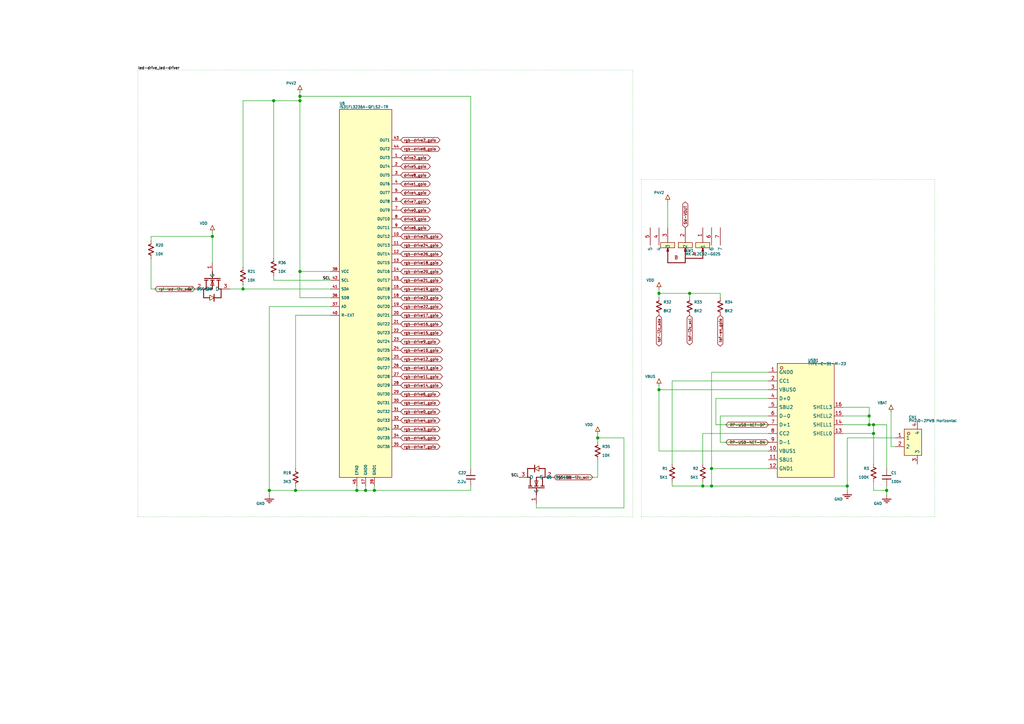
<source format=kicad_sch>
(kicad_sch (version 20230121) (generator eeschema)
  (paper "A4")
  (lib_symbols
    (symbol ""
      (property "Reference" "U" (at 2.54 1.27 0))
      (symbol "_1_0"
        (text "" (at 0 0 0) (effects (font (size 0 0))))
        (text "" (at 0 0 0) (effects (font (size 0 0))))
        (pin unspecified line (at 0 2.54 270) (length 0) (name "A") (number "~"))
        (pin unspecified line (at 0 -2.54 90) (length 0) (name "K") (number "~"))
      )
    )
    (symbol "ALTIUM_POWER_ARROW"
      (property "Value" "ALTIUM_POWER_ARROW" (at 6.35 -1.27 0))
      (symbol "ALTIUM_POWER_ARROW_1_0"
        (pin unspecified line (at 0 0 0) (length 0) (name "0") (number "~"))
      )
    )
    (symbol "ALTIUM_POWER_GND_POWER"
      (property "Value" "ALTIUM_POWER_GND_POWER" (at 6.35 -2.54 0))
      (symbol "ALTIUM_POWER_GND_POWER_1_0"
        (pin unspecified line (at 0 0 0) (length 0) (name "0") (number "~"))
      )
    )
    (symbol "AO6409"
      (property "Reference" "U" (at 0 5.54 0))
      (property "Value" "AO6409" (at 0 4.54 0))
      (symbol "AO6409_1_0"
        (pin unspecified line (at -7.62 2.54 0) (length 2.54) (name "D0") (number "~"))
        (pin unspecified line (at -7.62 0 0) (length 2.54) (name "D1") (number "~"))
        (pin unspecified line (at 7.62 0 180) (length 2.54) (name "D2") (number "~"))
        (pin unspecified line (at 7.62 2.54 180) (length 2.54) (name "D3") (number "~"))
        (pin unspecified line (at -7.62 -2.54 0) (length 2.54) (name "G") (number "~"))
        (pin unspecified line (at 7.62 -2.54 180) (length 2.54) (name "S") (number "~"))
      )
    )
    (symbol "AP2125K_2_8TRG1"
      (property "Reference" "U" (at 0 5.54 0))
      (property "Value" "AP2125K_2_8TRG1" (at 0 4.54 0))
      (symbol "AP2125K_2_8TRG1_1_0"
        (pin unspecified line (at -10.16 -2.54 0) (length 2.54) (name "CE") (number "~"))
        (pin unspecified line (at -10.16 0 0) (length 2.54) (name "GND") (number "~"))
        (pin unspecified line (at 10.16 -2.54 180) (length 2.54) (name "NC") (number "~"))
        (pin unspecified line (at -10.16 2.54 0) (length 2.54) (name "VIN") (number "~"))
        (pin unspecified line (at 10.16 2.54 180) (length 2.54) (name "VOUT") (number "~"))
      )
    )
    (symbol "BQ24078RGTR"
      (property "Reference" "U" (at 0 13.16 0))
      (property "Value" "BQ24078RGTR" (at 0 12.16 0))
      (symbol "BQ24078RGTR_1_0"
        (pin unspecified line (at -13.97 5.08 0) (length 2.54) (name "BAT0") (number "~"))
        (pin unspecified line (at -13.97 2.54 0) (length 2.54) (name "BAT1") (number "~"))
        (pin unspecified line (at -13.97 0 0) (length 2.54) (name "CE_NOT") (number "~"))
        (pin unspecified line (at 13.97 -10.16 180) (length 2.54) (name "CHG_NOT") (number "~"))
        (pin unspecified line (at -13.97 -5.08 0) (length 2.54) (name "EN1") (number "~"))
        (pin unspecified line (at -13.97 -2.54 0) (length 2.54) (name "EN2") (number "~"))
        (pin unspecified line (at 13.97 10.16 180) (length 2.54) (name "EP") (number "~"))
        (pin unspecified line (at 13.97 -2.54 180) (length 2.54) (name "ILIM") (number "~"))
        (pin unspecified line (at 13.97 0 180) (length 2.54) (name "IN") (number "~"))
        (pin unspecified line (at 13.97 7.62 180) (length 2.54) (name "ISET") (number "~"))
        (pin unspecified line (at 13.97 -7.62 180) (length 2.54) (name "OUT0") (number "~"))
        (pin unspecified line (at 13.97 -5.08 180) (length 2.54) (name "OUT1") (number "~"))
        (pin unspecified line (at -13.97 -7.62 0) (length 2.54) (name "PGOOD_NOT") (number "~"))
        (pin unspecified line (at 13.97 5.08 180) (length 2.54) (name "SYSOFF") (number "~"))
        (pin unspecified line (at 13.97 2.54 180) (length 2.54) (name "TMR") (number "~"))
        (pin unspecified line (at -13.97 7.62 0) (length 2.54) (name "TS") (number "~"))
        (pin unspecified line (at -13.97 -10.16 0) (length 2.54) (name "VSS") (number "~"))
      )
    )
    (symbol "BSN20"
      (property "Reference" "U" (at 0 5.54 0))
      (property "Value" "BSN20" (at 0 4.54 0))
      (symbol "BSN20_1_0"
        (pin unspecified line (at 2.54 5.08 270) (length 2.54) (name "D") (number "~"))
        (pin unspecified line (at -5.08 0 0) (length 2.54) (name "G") (number "~"))
        (pin unspecified line (at 2.54 -5.08 90) (length 2.54) (name "S") (number "~"))
      )
    )
    (symbol "BSS138_C713688"
      (property "Reference" "U" (at 0 5.54 0))
      (property "Value" "BSS138_C713688" (at 0 4.54 0))
      (symbol "BSS138_C713688_1_0"
        (pin unspecified line (at 0 5.08 270) (length 2.54) (name "D") (number "~"))
        (pin unspecified line (at -7.62 0 0) (length 2.54) (name "G") (number "~"))
        (pin unspecified line (at 0 -5.08 90) (length 2.54) (name "S") (number "~"))
      )
    )
    (symbol "C111117"
      (property "Reference" "X" (at 0 3 0))
      (property "Value" "C111117" (at 0 2 0))
      (symbol "C111117_1_0"
        (pin unspecified line (at -5.08 0 0) (length 2.54) (name "1") (number "1"))
        (pin unspecified line (at 5.08 0 180) (length 2.54) (name "2") (number "2"))
      )
    )
    (symbol "C112137"
      (property "Reference" "U" (at 0 6.81 0))
      (property "Value" "C112137" (at 0 5.81 0))
      (symbol "C112137_1_0"
        (pin unspecified line (at -10.16 3.81 0) (length 2.54) (name "SD_NOT") (number "1"))
        (pin unspecified line (at -10.16 1.27 0) (length 2.54) (name "NC") (number "2"))
        (pin unspecified line (at -10.16 -1.27 0) (length 2.54) (name "IN+") (number "3"))
        (pin unspecified line (at -10.16 -3.81 0) (length 2.54) (name "IN-") (number "4"))
        (pin unspecified line (at 10.16 -3.81 180) (length 2.54) (name "VO+") (number "5"))
        (pin unspecified line (at 10.16 -1.27 180) (length 2.54) (name "VDD") (number "6"))
        (pin unspecified line (at 10.16 1.27 180) (length 2.54) (name "GND") (number "7"))
        (pin unspecified line (at 10.16 3.81 180) (length 2.54) (name "VO-") (number "8"))
      )
    )
    (symbol "C115833"
      (property "Reference" "Q" (at 0 5.54 0))
      (property "Value" "C115833" (at 0 4.54 0))
      (symbol "C115833_1_0"
        (pin unspecified line (at -7.62 2.54 0) (length 2.54) (name "D0") (number "1"))
        (pin unspecified line (at -7.62 0 0) (length 2.54) (name "D1") (number "2"))
        (pin unspecified line (at -7.62 -2.54 0) (length 2.54) (name "G") (number "3"))
        (pin unspecified line (at 7.62 -2.54 180) (length 2.54) (name "S") (number "4"))
        (pin unspecified line (at 7.62 0 180) (length 2.54) (name "D2") (number "5"))
        (pin unspecified line (at 7.62 2.54 180) (length 2.54) (name "D3") (number "6"))
      )
    )
    (symbol "C116157"
      (property "Reference" "Q" (at 0 5.54 0))
      (property "Value" "C116157" (at 0 4.54 0))
      (symbol "C116157_1_0"
        (pin unspecified line (at -5.08 0 0) (length 2.54) (name "G") (number "1"))
        (pin unspecified line (at 2.54 -5.08 90) (length 2.54) (name "S") (number "2"))
        (pin unspecified line (at 2.54 5.08 270) (length 2.54) (name "D") (number "3"))
      )
    )
    (symbol "C176952"
      (property "Reference" "U" (at 0 5.54 0))
      (property "Value" "C176952" (at 0 4.54 0))
      (symbol "C176952_1_0"
        (pin unspecified line (at -10.16 2.54 0) (length 2.54) (name "VIN") (number "1"))
        (pin unspecified line (at -10.16 0 0) (length 2.54) (name "GND") (number "2"))
        (pin unspecified line (at -10.16 -2.54 0) (length 2.54) (name "CE") (number "3"))
        (pin unspecified line (at 10.16 -2.54 180) (length 2.54) (name "NC") (number "4"))
        (pin unspecified line (at 10.16 2.54 180) (length 2.54) (name "VOUT") (number "5"))
      )
    )
    (symbol "C18536"
      (property "Reference" "Q" (at 0 5.54 0))
      (property "Value" "C18536" (at 0 4.54 0))
      (symbol "C18536_1_0"
        (pin unspecified line (at 2.54 -5.08 90) (length 2.54) (name "E") (number "1"))
        (pin unspecified line (at -2.54 0 0) (length 2.54) (name "B") (number "2"))
        (pin unspecified line (at 2.54 5.08 270) (length 2.54) (name "C") (number "3"))
      )
    )
    (symbol "C221896"
      (property "Reference" "SW" (at 0 5.54 0))
      (property "Value" "C221896" (at 0 4.54 0))
      (symbol "C221896_1_0"
        (pin unspecified line (at -10.16 2.54 0) (length 5.08) (name "1") (number "1"))
        (pin unspecified line (at 10.16 2.54 180) (length 5.08) (name "2") (number "2"))
        (pin unspecified line (at -10.16 -2.54 0) (length 5.08) (name "3") (number "3"))
        (pin unspecified line (at 10.16 -2.54 180) (length 5.08) (name "4") (number "4"))
      )
    )
    (symbol "C221896_1"
      (property "Reference" "SW" (at 0 5.54 0))
      (property "Value" "C221896_1" (at 0 4.54 0))
      (symbol "C221896_1_1_0"
        (pin unspecified line (at -10.16 2.54 0) (length 5.08) (name "1") (number "1"))
        (pin unspecified line (at 10.16 2.54 180) (length 5.08) (name "2") (number "2"))
        (pin unspecified line (at -10.16 -2.54 0) (length 5.08) (name "3") (number "3"))
        (pin unspecified line (at 10.16 -2.54 180) (length 5.08) (name "4") (number "4"))
      )
    )
    (symbol "C221896_2"
      (property "Reference" "SW" (at 0 5.54 0))
      (property "Value" "C221896_2" (at 0 4.54 0))
      (symbol "C221896_2_1_0"
        (pin unspecified line (at -10.16 2.54 0) (length 5.08) (name "1") (number "1"))
        (pin unspecified line (at 10.16 2.54 180) (length 5.08) (name "2") (number "2"))
        (pin unspecified line (at -10.16 -2.54 0) (length 5.08) (name "3") (number "3"))
        (pin unspecified line (at 10.16 -2.54 180) (length 5.08) (name "4") (number "4"))
      )
    )
    (symbol "C221896_3"
      (property "Reference" "SW" (at 0 5.54 0))
      (property "Value" "C221896_3" (at 0 4.54 0))
      (symbol "C221896_3_1_0"
        (pin unspecified line (at -10.16 2.54 0) (length 5.08) (name "1") (number "1"))
        (pin unspecified line (at 10.16 2.54 180) (length 5.08) (name "2") (number "2"))
        (pin unspecified line (at -10.16 -2.54 0) (length 5.08) (name "3") (number "3"))
        (pin unspecified line (at 10.16 -2.54 180) (length 5.08) (name "4") (number "4"))
      )
    )
    (symbol "C221896_4"
      (property "Reference" "SW" (at 0 5.54 0))
      (property "Value" "C221896_4" (at 0 4.54 0))
      (symbol "C221896_4_1_0"
        (pin unspecified line (at -10.16 2.54 0) (length 5.08) (name "1") (number "1"))
        (pin unspecified line (at 10.16 2.54 180) (length 5.08) (name "2") (number "2"))
        (pin unspecified line (at -10.16 -2.54 0) (length 5.08) (name "3") (number "3"))
        (pin unspecified line (at 10.16 -2.54 180) (length 5.08) (name "4") (number "4"))
      )
    )
    (symbol "C221896_5"
      (property "Reference" "SW" (at 0 5.54 0))
      (property "Value" "C221896_5" (at 0 4.54 0))
      (symbol "C221896_5_1_0"
        (pin unspecified line (at -10.16 2.54 0) (length 5.08) (name "1") (number "1"))
        (pin unspecified line (at 10.16 2.54 180) (length 5.08) (name "2") (number "2"))
        (pin unspecified line (at -10.16 -2.54 0) (length 5.08) (name "3") (number "3"))
        (pin unspecified line (at 10.16 -2.54 180) (length 5.08) (name "4") (number "4"))
      )
    )
    (symbol "C221896_6"
      (property "Reference" "SW" (at 0 5.54 0))
      (property "Value" "C221896_6" (at 0 4.54 0))
      (symbol "C221896_6_1_0"
        (pin unspecified line (at -10.16 2.54 0) (length 5.08) (name "1") (number "1"))
        (pin unspecified line (at 10.16 2.54 180) (length 5.08) (name "2") (number "2"))
        (pin unspecified line (at -10.16 -2.54 0) (length 5.08) (name "3") (number "3"))
        (pin unspecified line (at 10.16 -2.54 180) (length 5.08) (name "4") (number "4"))
      )
    )
    (symbol "C221896_7"
      (property "Reference" "SW" (at 0 5.54 0))
      (property "Value" "C221896_7" (at 0 4.54 0))
      (symbol "C221896_7_1_0"
        (pin unspecified line (at -10.16 2.54 0) (length 5.08) (name "1") (number "1"))
        (pin unspecified line (at 10.16 2.54 180) (length 5.08) (name "2") (number "2"))
        (pin unspecified line (at -10.16 -2.54 0) (length 5.08) (name "3") (number "3"))
        (pin unspecified line (at 10.16 -2.54 180) (length 5.08) (name "4") (number "4"))
      )
    )
    (symbol "C221896_8"
      (property "Reference" "SW" (at 0 5.54 0))
      (property "Value" "C221896_8" (at 0 4.54 0))
      (symbol "C221896_8_1_0"
        (pin unspecified line (at -10.16 2.54 0) (length 5.08) (name "1") (number "1"))
        (pin unspecified line (at 10.16 2.54 180) (length 5.08) (name "2") (number "2"))
        (pin unspecified line (at -10.16 -2.54 0) (length 5.08) (name "3") (number "3"))
        (pin unspecified line (at 10.16 -2.54 180) (length 5.08) (name "4") (number "4"))
      )
    )
    (symbol "C221896_9"
      (property "Reference" "SW" (at 0 5.54 0))
      (property "Value" "C221896_9" (at 0 4.54 0))
      (symbol "C221896_9_1_0"
        (pin unspecified line (at -10.16 2.54 0) (length 5.08) (name "1") (number "1"))
        (pin unspecified line (at 10.16 2.54 180) (length 5.08) (name "2") (number "2"))
        (pin unspecified line (at -10.16 -2.54 0) (length 5.08) (name "3") (number "3"))
        (pin unspecified line (at 10.16 -2.54 180) (length 5.08) (name "4") (number "4"))
      )
    )
    (symbol "C2290"
      (property "Reference" "LED" (at 2.54 1.27 0))
      (property "Value" "C2290" (at 2.54 -1.27 0))
      (symbol "C2290_1_0"
        (text "" (at 0 0 0) (effects (font (size 0 0))))
        (text "" (at 0 0 0) (effects (font (size 0 0))))
        (pin unspecified line (at 0 2.54 270) (length 0) (name "A") (number "1"))
        (pin unspecified line (at 0 -2.54 90) (length 0) (name "K") (number "2"))
      )
    )
    (symbol "C2874119"
      (property "Reference" "LED" (at 0 8.08 0))
      (property "Value" "C2874119" (at 0 7.08 0))
      (symbol "C2874119_1_0"
        (pin unspecified line (at 5.08 0 180) (length 2.54) (name "1") (number "1"))
        (pin unspecified line (at -7.62 -5.08 0) (length 2.54) (name "B") (number "2"))
        (pin unspecified line (at -7.62 5.08 0) (length 2.54) (name "G") (number "3"))
        (pin unspecified line (at -7.62 0 0) (length 2.54) (name "R") (number "4"))
      )
    )
    (symbol "C2921483"
      (property "Reference" "U" (at 0 6.81 0))
      (property "Value" "C2921483" (at 0 5.81 0))
      (symbol "C2921483_1_0"
        (pin unspecified line (at -16.51 3.81 0) (length 2.54) (name "NOT_CS") (number "1"))
        (pin unspecified line (at -16.51 1.27 0) (length 2.54) (name "DO_IO1") (number "2"))
        (pin unspecified line (at -16.51 -1.27 0) (length 2.54) (name "IO2") (number "3"))
        (pin unspecified line (at -16.51 -3.81 0) (length 2.54) (name "GND") (number "4"))
        (pin unspecified line (at 16.51 -3.81 180) (length 2.54) (name "DI_IO0") (number "5"))
        (pin unspecified line (at 16.51 -1.27 180) (length 2.54) (name "CLK") (number "6"))
        (pin unspecified line (at 16.51 1.27 180) (length 2.54) (name "IO") (number "7"))
        (pin unspecified line (at 16.51 3.81 180) (length 2.54) (name "VCC") (number "8"))
      )
    )
    (symbol "C294620"
      (property "Reference" "D" (at 0 8.08 0))
      (property "Value" "C294620" (at 0 7.08 0))
      (symbol "C294620_1_0"
        (pin unspecified line (at -10.16 5.08 0) (length 2.54) (name "CH1") (number "1"))
        (pin unspecified line (at 10.16 5.08 180) (length 2.54) (name "nc3") (number "10"))
        (pin unspecified line (at -10.16 2.54 0) (length 2.54) (name "CH2") (number "2"))
        (pin unspecified line (at -10.16 0 0) (length 2.54) (name "GND0") (number "3"))
        (pin unspecified line (at -10.16 -2.54 0) (length 2.54) (name "CH3") (number "4"))
        (pin unspecified line (at -10.16 -5.08 0) (length 2.54) (name "CH4") (number "5"))
        (pin unspecified line (at 10.16 -5.08 180) (length 2.54) (name "nc0") (number "6"))
        (pin unspecified line (at 10.16 -2.54 180) (length 2.54) (name "nc1") (number "7"))
        (pin unspecified line (at 10.16 0 180) (length 2.54) (name "GND1") (number "8"))
        (pin unspecified line (at 10.16 2.54 180) (length 2.54) (name "nc2") (number "9"))
      )
    )
    (symbol "C470291"
      (property "Reference" "R" (at 0 5.54 0))
      (property "Value" "C470291" (at 0 4.54 0))
      (symbol "C470291_1_0"
        (pin unspecified line (at 5.08 0 180) (length 2.54) (name "1") (number "1"))
        (pin unspecified line (at 0 5.08 270) (length 2.54) (name "2") (number "2"))
        (pin unspecified line (at -5.08 0 0) (length 2.54) (name "3") (number "3"))
        (pin unspecified line (at 5.08 -3.81 180) (length 2.54) (name "4") (number "4"))
        (pin unspecified line (at 5.08 -5.08 180) (length 2.54) (name "5") (number "5"))
      )
    )
    (symbol "C470291_1"
      (property "Reference" "R" (at 0 5.54 0))
      (property "Value" "C470291_1" (at 0 4.54 0))
      (symbol "C470291_1_1_0"
        (pin unspecified line (at 5.08 0 180) (length 2.54) (name "1") (number "1"))
        (pin unspecified line (at 0 5.08 270) (length 2.54) (name "2") (number "2"))
        (pin unspecified line (at -5.08 0 0) (length 2.54) (name "3") (number "3"))
        (pin unspecified line (at 5.08 -3.81 180) (length 2.54) (name "4") (number "4"))
        (pin unspecified line (at 5.08 -5.08 180) (length 2.54) (name "5") (number "5"))
      )
    )
    (symbol "C473396"
      (property "Reference" "U" (at 0 13.16 0))
      (property "Value" "C473396" (at 0 12.16 0))
      (symbol "C473396_1_0"
        (pin unspecified line (at -13.97 7.62 0) (length 2.54) (name "TS") (number "1"))
        (pin unspecified line (at 13.97 -7.62 180) (length 2.54) (name "OUT0") (number "10"))
        (pin unspecified line (at 13.97 -5.08 180) (length 2.54) (name "OUT1") (number "11"))
        (pin unspecified line (at 13.97 -2.54 180) (length 2.54) (name "ILIM") (number "12"))
        (pin unspecified line (at 13.97 0 180) (length 2.54) (name "IN") (number "13"))
        (pin unspecified line (at 13.97 2.54 180) (length 2.54) (name "TMR") (number "14"))
        (pin unspecified line (at 13.97 5.08 180) (length 2.54) (name "SYSOFF") (number "15"))
        (pin unspecified line (at 13.97 7.62 180) (length 2.54) (name "ISET") (number "16"))
        (pin unspecified line (at 13.97 10.16 180) (length 2.54) (name "EP") (number "17"))
        (pin unspecified line (at -13.97 5.08 0) (length 2.54) (name "BAT0") (number "2"))
        (pin unspecified line (at -13.97 2.54 0) (length 2.54) (name "BAT1") (number "3"))
        (pin unspecified line (at -13.97 0 0) (length 2.54) (name "CE_NOT") (number "4"))
        (pin unspecified line (at -13.97 -2.54 0) (length 2.54) (name "EN2") (number "5"))
        (pin unspecified line (at -13.97 -5.08 0) (length 2.54) (name "EN1") (number "6"))
        (pin unspecified line (at -13.97 -7.62 0) (length 2.54) (name "PGOOD_NOT") (number "7"))
        (pin unspecified line (at -13.97 -10.16 0) (length 2.54) (name "VSS") (number "8"))
        (pin unspecified line (at 13.97 -10.16 180) (length 2.54) (name "CHG_NOT") (number "9"))
      )
    )
    (symbol "C47647"
      (property "Reference" "CN" (at 0 6.81 0))
      (property "Value" "C47647" (at 0 5.81 0))
      (symbol "C47647_1_0"
        (pin unspecified line (at -3.81 1.27 0) (length 2.54) (name "1") (number "1"))
        (pin unspecified line (at -3.81 -1.27 0) (length 2.54) (name "2") (number "2"))
        (pin unspecified line (at 2.54 -6.35 90) (length 2.54) (name "3") (number "3"))
        (pin unspecified line (at 2.54 6.35 270) (length 2.54) (name "4") (number "4"))
      )
    )
    (symbol "C530613"
      (property "Reference" "USB" (at 0 16.97 0))
      (property "Value" "C530613" (at 0 15.97 0))
      (symbol "C530613_1_0"
        (pin unspecified line (at -11.43 13.97 0) (length 2.54) (name "GND0") (number "1"))
        (pin unspecified line (at -11.43 -8.89 0) (length 2.54) (name "VBUS1") (number "10"))
        (pin unspecified line (at -11.43 -11.43 0) (length 2.54) (name "SBU1") (number "11"))
        (pin unspecified line (at -11.43 -13.97 0) (length 2.54) (name "GND1") (number "12"))
        (pin unspecified line (at 10.16 -3.81 180) (length 2.54) (name "SHELL0") (number "13"))
        (pin unspecified line (at 10.16 -1.27 180) (length 2.54) (name "SHELL1") (number "14"))
        (pin unspecified line (at 10.16 1.27 180) (length 2.54) (name "SHELL2") (number "15"))
        (pin unspecified line (at 10.16 3.81 180) (length 2.54) (name "SHELL3") (number "16"))
        (pin unspecified line (at -11.43 11.43 0) (length 2.54) (name "CC1") (number "2"))
        (pin unspecified line (at -11.43 8.89 0) (length 2.54) (name "VBUS0") (number "3"))
        (pin unspecified line (at -11.43 6.35 0) (length 2.54) (name "D+0") (number "4"))
        (pin unspecified line (at -11.43 3.81 0) (length 2.54) (name "SBU2") (number "5"))
        (pin unspecified line (at -11.43 1.27 0) (length 2.54) (name "D-0") (number "6"))
        (pin unspecified line (at -11.43 -1.27 0) (length 2.54) (name "D+1") (number "7"))
        (pin unspecified line (at -11.43 -3.81 0) (length 2.54) (name "CC2") (number "8"))
        (pin unspecified line (at -11.43 -6.35 0) (length 2.54) (name "D-1") (number "9"))
      )
    )
    (symbol "C713688"
      (property "Reference" "Q" (at 0 5.54 0))
      (property "Value" "C713688" (at 0 4.54 0))
      (symbol "C713688_1_0"
        (pin unspecified line (at -7.62 0 0) (length 2.54) (name "G") (number "1"))
        (pin unspecified line (at 0 -5.08 90) (length 2.54) (name "S") (number "2"))
        (pin unspecified line (at 0 5.08 270) (length 2.54) (name "D") (number "3"))
      )
    )
    (symbol "C778186"
      (property "Reference" "SW" (at 0 3 0))
      (property "Value" "C778186" (at 0 2 0))
      (symbol "C778186_1_0"
        (text "A" (at -3.048 2.54 0) (effects (font (size 1 1)) (justify left)))
        (text "B" (at 2.032 3.556 0) (effects (font (size 1 1)) (justify left)))
        (pin unspecified line (at -5.08 -5.08 90) (length 4.318) (name "1") (number "1"))
        (pin unspecified line (at 0 -5.08 90) (length 4.318) (name "2") (number "2"))
        (pin unspecified line (at 5.08 -5.08 90) (length 4.318) (name "3") (number "3"))
        (pin unspecified line (at 7.62 -5.08 90) (length 5.08) (name "4") (number "4"))
        (pin unspecified line (at 10.16 -5.08 90) (length 5.08) (name "5") (number "5"))
        (pin unspecified line (at -7.62 -5.08 90) (length 5.08) (name "6") (number "6"))
        (pin unspecified line (at -10.16 -5.08 90) (length 5.08) (name "7") (number "7"))
      )
    )
    (symbol "C81598"
      (property "Reference" "D" (at 2.54 1.27 0))
      (property "Value" "C81598" (at 2.54 -1.27 0))
      (symbol "C81598_1_0"
        (text "" (at 0 0 0) (effects (font (size 0 0))))
        (text "" (at 0 0 0) (effects (font (size 0 0))))
        (pin unspecified line (at 0 -2.54 90) (length 0) (name "K") (number "1"))
        (pin unspecified line (at 0 2.54 270) (length 0) (name "A") (number "2"))
      )
    )
    (symbol "C81598_1"
      (property "Reference" "D" (at 2.54 1.27 0))
      (property "Value" "C81598_1" (at 2.54 -1.27 0))
      (symbol "C81598_1_1_0"
        (text "" (at 0 0 0) (effects (font (size 0 0))))
        (text "" (at 0 0 0) (effects (font (size 0 0))))
        (pin unspecified line (at 0 -2.54 90) (length 0) (name "K") (number "1"))
        (pin unspecified line (at 0 2.54 270) (length 0) (name "A") (number "2"))
      )
    )
    (symbol "C81598_2"
      (property "Reference" "D" (at 2.54 1.27 0))
      (property "Value" "C81598_2" (at 2.54 -1.27 0))
      (symbol "C81598_2_1_0"
        (text "" (at 0 0 0) (effects (font (size 0 0))))
        (text "" (at 0 0 0) (effects (font (size 0 0))))
        (pin unspecified line (at 0 -2.54 90) (length 0) (name "K") (number "1"))
        (pin unspecified line (at 0 2.54 270) (length 0) (name "A") (number "2"))
      )
    )
    (symbol "C81598_3"
      (property "Reference" "D" (at 2.54 1.27 0))
      (property "Value" "C81598_3" (at 2.54 -1.27 0))
      (symbol "C81598_3_1_0"
        (text "" (at 0 0 0) (effects (font (size 0 0))))
        (text "" (at 0 0 0) (effects (font (size 0 0))))
        (pin unspecified line (at 0 -2.54 90) (length 0) (name "K") (number "1"))
        (pin unspecified line (at 0 2.54 270) (length 0) (name "A") (number "2"))
      )
    )
    (symbol "C81598_4"
      (property "Reference" "D" (at 2.54 1.27 0))
      (property "Value" "C81598_4" (at 2.54 -1.27 0))
      (symbol "C81598_4_1_0"
        (text "" (at 0 0 0) (effects (font (size 0 0))))
        (text "" (at 0 0 0) (effects (font (size 0 0))))
        (pin unspecified line (at 0 -2.54 90) (length 0) (name "K") (number "1"))
        (pin unspecified line (at 0 2.54 270) (length 0) (name "A") (number "2"))
      )
    )
    (symbol "C81598_5"
      (property "Reference" "D" (at 2.54 1.27 0))
      (property "Value" "C81598_5" (at 2.54 -1.27 0))
      (symbol "C81598_5_1_0"
        (text "" (at 0 0 0) (effects (font (size 0 0))))
        (text "" (at 0 0 0) (effects (font (size 0 0))))
        (pin unspecified line (at 0 -2.54 90) (length 0) (name "K") (number "1"))
        (pin unspecified line (at 0 2.54 270) (length 0) (name "A") (number "2"))
      )
    )
    (symbol "C81598_6"
      (property "Reference" "D" (at 2.54 1.27 0))
      (property "Value" "C81598_6" (at 2.54 -1.27 0))
      (symbol "C81598_6_1_0"
        (text "" (at 0 0 0) (effects (font (size 0 0))))
        (text "" (at 0 0 0) (effects (font (size 0 0))))
        (pin unspecified line (at 0 -2.54 90) (length 0) (name "K") (number "1"))
        (pin unspecified line (at 0 2.54 270) (length 0) (name "A") (number "2"))
      )
    )
    (symbol "C81598_7"
      (property "Reference" "D" (at 2.54 1.27 0))
      (property "Value" "C81598_7" (at 2.54 -1.27 0))
      (symbol "C81598_7_1_0"
        (text "" (at 0 0 0) (effects (font (size 0 0))))
        (text "" (at 0 0 0) (effects (font (size 0 0))))
        (pin unspecified line (at 0 -2.54 90) (length 0) (name "K") (number "1"))
        (pin unspecified line (at 0 2.54 270) (length 0) (name "A") (number "2"))
      )
    )
    (symbol "C91199"
      (property "Reference" "U" (at 0 9.35 0))
      (property "Value" "C91199" (at 0 8.35 0))
      (symbol "C91199_1_0"
        (pin unspecified line (at -12.7 6.35 0) (length 2.54) (name "VDD") (number "1"))
        (pin unspecified line (at 12.7 1.27 180) (length 2.54) (name "SCL") (number "10"))
        (pin unspecified line (at 12.7 3.81 180) (length 2.54) (name "AVDD") (number "11"))
        (pin unspecified line (at 12.7 6.35 180) (length 2.54) (name "GND4") (number "12"))
        (pin unspecified line (at -12.7 3.81 0) (length 2.54) (name "VSS") (number "2"))
        (pin unspecified line (at -12.7 1.27 0) (length 2.54) (name "GND") (number "3"))
        (pin unspecified line (at -12.7 -1.27 0) (length 2.54) (name "GND2") (number "4"))
        (pin unspecified line (at -12.7 -3.81 0) (length 2.54) (name "SHT") (number "5"))
        (pin unspecified line (at -12.7 -6.35 0) (length 2.54) (name "GND3") (number "6"))
        (pin unspecified line (at 12.7 -6.35 180) (length 2.54) (name "GP1") (number "7"))
        (pin unspecified line (at 12.7 -3.81 180) (length 2.54) (name "DNC") (number "8"))
        (pin unspecified line (at 12.7 -1.27 180) (length 2.54) (name "SDA") (number "9"))
      )
    )
    (symbol "C965561"
      (property "Reference" "LED" (at 0 5.54 0))
      (property "Value" "C965561" (at 0 4.54 0))
      (symbol "C965561_1_0"
        (pin unspecified line (at -8.89 2.54 0) (length 2.54) (name "BI") (number "1"))
        (pin unspecified line (at -8.89 0 0) (length 2.54) (name "DI") (number "2"))
        (pin unspecified line (at -8.89 -2.54 0) (length 2.54) (name "VDD") (number "3"))
        (pin unspecified line (at 8.89 -2.54 180) (length 2.54) (name "DO") (number "4"))
        (pin unspecified line (at 8.89 0 180) (length 2.54) (name "BO") (number "5"))
        (pin unspecified line (at 8.89 2.54 180) (length 2.54) (name "GND") (number "6"))
      )
    )
    (symbol "GND" (power)
      (property "Reference" "#PWR" (at 35 60 0))
      (property "Value" "GND" (at -2.54 -2.54 0))
      (symbol "GND_1_0"
        (pin power_in line (at 0 0 270) (length 0) (name "GND") (number "~"))
      )
    )
    (symbol "Generic_green_LED_0603"
      (property "Reference" "D" (at 2.54 1.27 0))
      (property "Value" "Generic_green_LED_0603" (at 2.54 -1.27 0))
      (symbol "Generic_green_LED_0603_1_0"
        (pin unspecified line (at 0 2.54 270) (length 0) (name "a") (number "a"))
        (pin unspecified line (at 0 -2.54 90) (length 0) (name "c") (number "c"))
      )
    )
    (symbol "Generic_red_LED_0603"
      (property "Reference" "D" (at 2.54 1.27 0))
      (property "Value" "Generic_red_LED_0603" (at 2.54 -1.27 0))
      (symbol "Generic_red_LED_0603_1_0"
        (pin unspecified line (at 0 2.54 270) (length 0) (name "a") (number "a"))
        (pin unspecified line (at 0 -2.54 90) (length 0) (name "c") (number "c"))
      )
    )
    (symbol "HC_49SM12MHz20pF30ppm"
      (property "Reference" "U" (at 0 3 0))
      (property "Value" "HC_49SM12MHz20pF30ppm" (at 0 2 0))
      (symbol "HC_49SM12MHz20pF30ppm_1_0"
        (pin unspecified line (at -5.08 0 0) (length 2.54) (name "1") (number "~"))
        (pin unspecified line (at 5.08 0 180) (length 2.54) (name "2") (number "~"))
      )
    )
    (symbol "MK_12C02_G025"
      (property "Reference" "U" (at 0 3 0))
      (property "Value" "MK_12C02_G025" (at 0 2 0))
      (symbol "MK_12C02_G025_1_0"
        (text "A" (at -3.048 2.54 0) (effects (font (size 1 1)) (justify left)))
        (text "B" (at 2.032 3.556 0) (effects (font (size 1 1)) (justify left)))
        (pin unspecified line (at -5.08 -5.08 90) (length 4.318) (name "1") (number "~"))
        (pin unspecified line (at 0 -5.08 90) (length 4.318) (name "2") (number "~"))
        (pin unspecified line (at 5.08 -5.08 90) (length 4.318) (name "3") (number "~"))
        (pin unspecified line (at 7.62 -5.08 90) (length 5.08) (name "4") (number "~"))
        (pin unspecified line (at 10.16 -5.08 90) (length 5.08) (name "5") (number "~"))
        (pin unspecified line (at -7.62 -5.08 90) (length 5.08) (name "6") (number "~"))
        (pin unspecified line (at -10.16 -5.08 90) (length 5.08) (name "7") (number "~"))
      )
    )
    (symbol "NH_Z1921RGBA_SF"
      (property "Reference" "U" (at 0 8.08 0))
      (property "Value" "NH_Z1921RGBA_SF" (at 0 7.08 0))
      (symbol "NH_Z1921RGBA_SF_1_0"
        (pin unspecified line (at 5.08 0 180) (length 2.54) (name "1") (number "~"))
        (pin unspecified line (at -7.62 -5.08 0) (length 2.54) (name "B") (number "~"))
        (pin unspecified line (at -7.62 5.08 0) (length 2.54) (name "G") (number "~"))
        (pin unspecified line (at -7.62 0 0) (length 2.54) (name "R") (number "~"))
      )
    )
    (symbol "P4V2" (power)
      (property "Reference" "#PWR" (at 35 60 0))
      (property "Value" "P4V2" (at -2.54 2.54 0))
      (symbol "P4V2_1_0"
        (pin power_in line (at 0 0 90) (length 0) (name "P4V2") (number "~"))
      )
    )
    (symbol "PAM8302AADCR"
      (property "Reference" "U" (at 0 6.81 0))
      (property "Value" "PAM8302AADCR" (at 0 5.81 0))
      (symbol "PAM8302AADCR_1_0"
        (pin unspecified line (at 10.16 1.27 180) (length 2.54) (name "GND") (number "~"))
        (pin unspecified line (at -10.16 -1.27 0) (length 2.54) (name "IN+") (number "~"))
        (pin unspecified line (at -10.16 -3.81 0) (length 2.54) (name "IN-") (number "~"))
        (pin unspecified line (at -10.16 1.27 0) (length 2.54) (name "NC") (number "~"))
        (pin unspecified line (at -10.16 3.81 0) (length 2.54) (name "SD_NOT") (number "~"))
        (pin unspecified line (at 10.16 -1.27 180) (length 2.54) (name "VDD") (number "~"))
        (pin unspecified line (at 10.16 -3.81 180) (length 2.54) (name "VO+") (number "~"))
        (pin unspecified line (at 10.16 3.81 180) (length 2.54) (name "VO-") (number "~"))
      )
    )
    (symbol "PH2_0_2PWB"
      (property "Reference" "U" (at 0 6.81 0))
      (property "Value" "PH2_0_2PWB" (at 0 5.81 0))
      (symbol "PH2_0_2PWB_1_0"
        (pin unspecified line (at -3.81 1.27 0) (length 2.54) (name "1") (number "~"))
        (pin unspecified line (at -3.81 -1.27 0) (length 2.54) (name "2") (number "~"))
        (pin unspecified line (at 2.54 -6.35 90) (length 2.54) (name "3") (number "~"))
        (pin unspecified line (at 2.54 6.35 270) (length 2.54) (name "4") (number "~"))
      )
    )
    (symbol "PTS810SJK250SMTRLFS"
      (property "Reference" "U" (at 0 5.54 0))
      (property "Value" "PTS810SJK250SMTRLFS" (at 0 4.54 0))
      (symbol "PTS810SJK250SMTRLFS_1_0"
        (pin unspecified line (at -10.16 2.54 0) (length 5.08) (name "1") (number "~"))
        (pin unspecified line (at 10.16 2.54 180) (length 5.08) (name "2") (number "~"))
        (pin unspecified line (at -10.16 -2.54 0) (length 5.08) (name "3") (number "~"))
        (pin unspecified line (at 10.16 -2.54 180) (length 5.08) (name "4") (number "~"))
      )
    )
    (symbol "PTS810SJK250SMTRLFS_1"
      (property "Reference" "U" (at 0 5.54 0))
      (property "Value" "PTS810SJK250SMTRLFS_1" (at 0 4.54 0))
      (symbol "PTS810SJK250SMTRLFS_1_1_0"
        (pin unspecified line (at -10.16 2.54 0) (length 5.08) (name "1") (number "~"))
        (pin unspecified line (at 10.16 2.54 180) (length 5.08) (name "2") (number "~"))
        (pin unspecified line (at -10.16 -2.54 0) (length 5.08) (name "3") (number "~"))
        (pin unspecified line (at 10.16 -2.54 180) (length 5.08) (name "4") (number "~"))
      )
    )
    (symbol "PTS810SJK250SMTRLFS_2"
      (property "Reference" "U" (at 0 5.54 0))
      (property "Value" "PTS810SJK250SMTRLFS_2" (at 0 4.54 0))
      (symbol "PTS810SJK250SMTRLFS_2_1_0"
        (pin unspecified line (at -10.16 2.54 0) (length 5.08) (name "1") (number "~"))
        (pin unspecified line (at 10.16 2.54 180) (length 5.08) (name "2") (number "~"))
        (pin unspecified line (at -10.16 -2.54 0) (length 5.08) (name "3") (number "~"))
        (pin unspecified line (at 10.16 -2.54 180) (length 5.08) (name "4") (number "~"))
      )
    )
    (symbol "PTS810SJK250SMTRLFS_3"
      (property "Reference" "U" (at 0 5.54 0))
      (property "Value" "PTS810SJK250SMTRLFS_3" (at 0 4.54 0))
      (symbol "PTS810SJK250SMTRLFS_3_1_0"
        (pin unspecified line (at -10.16 2.54 0) (length 5.08) (name "1") (number "~"))
        (pin unspecified line (at 10.16 2.54 180) (length 5.08) (name "2") (number "~"))
        (pin unspecified line (at -10.16 -2.54 0) (length 5.08) (name "3") (number "~"))
        (pin unspecified line (at 10.16 -2.54 180) (length 5.08) (name "4") (number "~"))
      )
    )
    (symbol "PTS810SJK250SMTRLFS_4"
      (property "Reference" "U" (at 0 5.54 0))
      (property "Value" "PTS810SJK250SMTRLFS_4" (at 0 4.54 0))
      (symbol "PTS810SJK250SMTRLFS_4_1_0"
        (pin unspecified line (at -10.16 2.54 0) (length 5.08) (name "1") (number "~"))
        (pin unspecified line (at 10.16 2.54 180) (length 5.08) (name "2") (number "~"))
        (pin unspecified line (at -10.16 -2.54 0) (length 5.08) (name "3") (number "~"))
        (pin unspecified line (at 10.16 -2.54 180) (length 5.08) (name "4") (number "~"))
      )
    )
    (symbol "PTS810SJK250SMTRLFS_5"
      (property "Reference" "U" (at 0 5.54 0))
      (property "Value" "PTS810SJK250SMTRLFS_5" (at 0 4.54 0))
      (symbol "PTS810SJK250SMTRLFS_5_1_0"
        (pin unspecified line (at -10.16 2.54 0) (length 5.08) (name "1") (number "~"))
        (pin unspecified line (at 10.16 2.54 180) (length 5.08) (name "2") (number "~"))
        (pin unspecified line (at -10.16 -2.54 0) (length 5.08) (name "3") (number "~"))
        (pin unspecified line (at 10.16 -2.54 180) (length 5.08) (name "4") (number "~"))
      )
    )
    (symbol "PTS810SJK250SMTRLFS_6"
      (property "Reference" "U" (at 0 5.54 0))
      (property "Value" "PTS810SJK250SMTRLFS_6" (at 0 4.54 0))
      (symbol "PTS810SJK250SMTRLFS_6_1_0"
        (pin unspecified line (at -10.16 2.54 0) (length 5.08) (name "1") (number "~"))
        (pin unspecified line (at 10.16 2.54 180) (length 5.08) (name "2") (number "~"))
        (pin unspecified line (at -10.16 -2.54 0) (length 5.08) (name "3") (number "~"))
        (pin unspecified line (at 10.16 -2.54 180) (length 5.08) (name "4") (number "~"))
      )
    )
    (symbol "PTS810SJK250SMTRLFS_7"
      (property "Reference" "U" (at 0 5.54 0))
      (property "Value" "PTS810SJK250SMTRLFS_7" (at 0 4.54 0))
      (symbol "PTS810SJK250SMTRLFS_7_1_0"
        (pin unspecified line (at -10.16 2.54 0) (length 5.08) (name "1") (number "~"))
        (pin unspecified line (at 10.16 2.54 180) (length 5.08) (name "2") (number "~"))
        (pin unspecified line (at -10.16 -2.54 0) (length 5.08) (name "3") (number "~"))
        (pin unspecified line (at 10.16 -2.54 180) (length 5.08) (name "4") (number "~"))
      )
    )
    (symbol "PTS810SJK250SMTRLFS_8"
      (property "Reference" "U" (at 0 5.54 0))
      (property "Value" "PTS810SJK250SMTRLFS_8" (at 0 4.54 0))
      (symbol "PTS810SJK250SMTRLFS_8_1_0"
        (pin unspecified line (at -10.16 2.54 0) (length 5.08) (name "1") (number "~"))
        (pin unspecified line (at 10.16 2.54 180) (length 5.08) (name "2") (number "~"))
        (pin unspecified line (at -10.16 -2.54 0) (length 5.08) (name "3") (number "~"))
        (pin unspecified line (at 10.16 -2.54 180) (length 5.08) (name "4") (number "~"))
      )
    )
    (symbol "PTS810SJK250SMTRLFS_9"
      (property "Reference" "U" (at 0 5.54 0))
      (property "Value" "PTS810SJK250SMTRLFS_9" (at 0 4.54 0))
      (symbol "PTS810SJK250SMTRLFS_9_1_0"
        (pin unspecified line (at -10.16 2.54 0) (length 5.08) (name "1") (number "~"))
        (pin unspecified line (at 10.16 2.54 180) (length 5.08) (name "2") (number "~"))
        (pin unspecified line (at -10.16 -2.54 0) (length 5.08) (name "3") (number "~"))
        (pin unspecified line (at 10.16 -2.54 180) (length 5.08) (name "4") (number "~"))
      )
    )
    (symbol "PUSB3FR4"
      (property "Reference" "U" (at 0 8.08 0))
      (property "Value" "PUSB3FR4" (at 0 7.08 0))
      (symbol "PUSB3FR4_1_0"
        (pin unspecified line (at -10.16 5.08 0) (length 2.54) (name "CH1") (number "~"))
        (pin unspecified line (at -10.16 2.54 0) (length 2.54) (name "CH2") (number "~"))
        (pin unspecified line (at -10.16 -2.54 0) (length 2.54) (name "CH3") (number "~"))
        (pin unspecified line (at -10.16 -5.08 0) (length 2.54) (name "CH4") (number "~"))
        (pin unspecified line (at -10.16 0 0) (length 2.54) (name "GND0") (number "~"))
        (pin unspecified line (at 10.16 0 180) (length 2.54) (name "GND1") (number "~"))
        (pin unspecified line (at 10.16 -5.08 180) (length 2.54) (name "nc0") (number "~"))
        (pin unspecified line (at 10.16 -2.54 180) (length 2.54) (name "nc1") (number "~"))
        (pin unspecified line (at 10.16 2.54 180) (length 2.54) (name "nc2") (number "~"))
        (pin unspecified line (at 10.16 5.08 180) (length 2.54) (name "nc3") (number "~"))
      )
    )
    (symbol "RK09K1130ACL"
      (property "Reference" "U" (at 0 5.54 0))
      (property "Value" "RK09K1130ACL" (at 0 4.54 0))
      (symbol "RK09K1130ACL_1_0"
        (pin unspecified line (at 5.08 0 180) (length 2.54) (name "1") (number "~"))
        (pin unspecified line (at 0 5.08 270) (length 2.54) (name "2") (number "~"))
        (pin unspecified line (at -5.08 0 0) (length 2.54) (name "3") (number "~"))
        (pin unspecified line (at 5.08 -3.81 180) (length 2.54) (name "4") (number "~"))
        (pin unspecified line (at 5.08 -5.08 180) (length 2.54) (name "5") (number "~"))
      )
    )
    (symbol "RK09K1130ACL_1"
      (property "Reference" "U" (at 0 5.54 0))
      (property "Value" "RK09K1130ACL_1" (at 0 4.54 0))
      (symbol "RK09K1130ACL_1_1_0"
        (pin unspecified line (at 5.08 0 180) (length 2.54) (name "1") (number "~"))
        (pin unspecified line (at 0 5.08 270) (length 2.54) (name "2") (number "~"))
        (pin unspecified line (at -5.08 0 0) (length 2.54) (name "3") (number "~"))
        (pin unspecified line (at 5.08 -3.81 180) (length 2.54) (name "4") (number "~"))
        (pin unspecified line (at 5.08 -5.08 180) (length 2.54) (name "5") (number "~"))
      )
    )
    (symbol "Sym2n3904S_RTK_PS_C18536"
      (property "Reference" "U" (at 0 5.54 0))
      (property "Value" "Sym2n3904S_RTK_PS_C18536" (at 0 4.54 0))
      (symbol "Sym2n3904S_RTK_PS_C18536_1_0"
        (pin unspecified line (at -2.54 0 0) (length 2.54) (name "B") (number "~"))
        (pin unspecified line (at 2.54 5.08 270) (length 2.54) (name "C") (number "~"))
        (pin unspecified line (at 2.54 -5.08 90) (length 2.54) (name "E") (number "~"))
      )
    )
    (symbol "Sym_1"
      (property "Reference" "U" (at 2.54 1.27 0))
      (property "Value" "Sym_1" (at 2.54 -1.27 0))
      (symbol "Sym_1_1_0"
        (text "" (at 0 0 0) (effects (font (size 0 0))))
        (text "" (at 0 0 0) (effects (font (size 0 0))))
        (pin unspecified line (at 0 2.54 270) (length 0) (name "A") (number "~"))
        (pin unspecified line (at 0 -2.54 90) (length 0) (name "K") (number "~"))
      )
    )
    (symbol "Sym_2"
      (property "Reference" "U" (at 2.54 1.27 0))
      (property "Value" "Sym_2" (at 2.54 -1.27 0))
      (symbol "Sym_2_1_0"
        (text "" (at 0 0 0) (effects (font (size 0 0))))
        (text "" (at 0 0 0) (effects (font (size 0 0))))
        (pin unspecified line (at 0 2.54 270) (length 0) (name "A") (number "~"))
        (pin unspecified line (at 0 -2.54 90) (length 0) (name "K") (number "~"))
      )
    )
    (symbol "Sym_3"
      (property "Reference" "U" (at 2.54 1.27 0))
      (property "Value" "Sym_3" (at 2.54 -1.27 0))
      (symbol "Sym_3_1_0"
        (text "" (at 0 0 0) (effects (font (size 0 0))))
        (text "" (at 0 0 0) (effects (font (size 0 0))))
        (pin unspecified line (at 0 2.54 270) (length 0) (name "A") (number "~"))
        (pin unspecified line (at 0 -2.54 90) (length 0) (name "K") (number "~"))
      )
    )
    (symbol "Sym_4"
      (property "Reference" "U" (at 2.54 1.27 0))
      (property "Value" "Sym_4" (at 2.54 -1.27 0))
      (symbol "Sym_4_1_0"
        (text "" (at 0 0 0) (effects (font (size 0 0))))
        (text "" (at 0 0 0) (effects (font (size 0 0))))
        (pin unspecified line (at 0 2.54 270) (length 0) (name "A") (number "~"))
        (pin unspecified line (at 0 -2.54 90) (length 0) (name "K") (number "~"))
      )
    )
    (symbol "Sym_5"
      (property "Reference" "U" (at 2.54 1.27 0))
      (property "Value" "Sym_5" (at 2.54 -1.27 0))
      (symbol "Sym_5_1_0"
        (text "" (at 0 0 0) (effects (font (size 0 0))))
        (text "" (at 0 0 0) (effects (font (size 0 0))))
        (pin unspecified line (at 0 2.54 270) (length 0) (name "A") (number "~"))
        (pin unspecified line (at 0 -2.54 90) (length 0) (name "K") (number "~"))
      )
    )
    (symbol "Sym_6"
      (property "Reference" "U" (at 2.54 1.27 0))
      (property "Value" "Sym_6" (at 2.54 -1.27 0))
      (symbol "Sym_6_1_0"
        (text "" (at 0 0 0) (effects (font (size 0 0))))
        (text "" (at 0 0 0) (effects (font (size 0 0))))
        (pin unspecified line (at 0 2.54 270) (length 0) (name "A") (number "~"))
        (pin unspecified line (at 0 -2.54 90) (length 0) (name "K") (number "~"))
      )
    )
    (symbol "Sym_7"
      (property "Reference" "U" (at 2.54 1.27 0))
      (property "Value" "Sym_7" (at 2.54 -1.27 0))
      (symbol "Sym_7_1_0"
        (text "" (at 0 0 0) (effects (font (size 0 0))))
        (text "" (at 0 0 0) (effects (font (size 0 0))))
        (pin unspecified line (at 0 2.54 270) (length 0) (name "A") (number "~"))
        (pin unspecified line (at 0 -2.54 90) (length 0) (name "K") (number "~"))
      )
    )
    (symbol "Sym_8"
      (property "Reference" "U" (at 2.54 1.27 0))
      (property "Value" "Sym_8" (at 2.54 -1.27 0))
      (symbol "Sym_8_1_0"
        (text "" (at 0 0 0) (effects (font (size 0 0))))
        (text "" (at 0 0 0) (effects (font (size 0 0))))
        (pin unspecified line (at 0 2.54 270) (length 0) (name "A") (number "~"))
        (pin unspecified line (at 0 -2.54 90) (length 0) (name "K") (number "~"))
      )
    )
    (symbol "TYPE_C_31_M_23"
      (property "Reference" "U" (at 0 16.97 0))
      (property "Value" "TYPE_C_31_M_23" (at 0 15.97 0))
      (symbol "TYPE_C_31_M_23_1_0"
        (pin unspecified line (at -11.43 11.43 0) (length 2.54) (name "CC1") (number "~"))
        (pin unspecified line (at -11.43 -3.81 0) (length 2.54) (name "CC2") (number "~"))
        (pin unspecified line (at -11.43 6.35 0) (length 2.54) (name "D+0") (number "~"))
        (pin unspecified line (at -11.43 -1.27 0) (length 2.54) (name "D+1") (number "~"))
        (pin unspecified line (at -11.43 1.27 0) (length 2.54) (name "D-0") (number "~"))
        (pin unspecified line (at -11.43 -6.35 0) (length 2.54) (name "D-1") (number "~"))
        (pin unspecified line (at -11.43 13.97 0) (length 2.54) (name "GND0") (number "~"))
        (pin unspecified line (at -11.43 -13.97 0) (length 2.54) (name "GND1") (number "~"))
        (pin unspecified line (at -11.43 -11.43 0) (length 2.54) (name "SBU1") (number "~"))
        (pin unspecified line (at -11.43 3.81 0) (length 2.54) (name "SBU2") (number "~"))
        (pin unspecified line (at 10.16 -3.81 180) (length 2.54) (name "SHELL0") (number "~"))
        (pin unspecified line (at 10.16 -1.27 180) (length 2.54) (name "SHELL1") (number "~"))
        (pin unspecified line (at 10.16 1.27 180) (length 2.54) (name "SHELL2") (number "~"))
        (pin unspecified line (at 10.16 3.81 180) (length 2.54) (name "SHELL3") (number "~"))
        (pin unspecified line (at -11.43 8.89 0) (length 2.54) (name "VBUS0") (number "~"))
        (pin unspecified line (at -11.43 -8.89 0) (length 2.54) (name "VBUS1") (number "~"))
      )
    )
    (symbol "VBAT" (power)
      (property "Reference" "#PWR" (at 35 60 0))
      (property "Value" "VBAT" (at -2.54 2.54 0))
      (symbol "VBAT_1_0"
        (pin power_in line (at 0 0 90) (length 0) (name "VBAT") (number "~"))
      )
    )
    (symbol "VBUS" (power)
      (property "Reference" "#PWR" (at 35 60 0))
      (property "Value" "VBUS" (at -2.54 2.54 0))
      (symbol "VBUS_1_0"
        (pin power_in line (at 0 0 90) (length 0) (name "VBUS") (number "~"))
      )
    )
    (symbol "VDD" (power)
      (property "Reference" "#PWR" (at 35 60 0))
      (property "Value" "VDD" (at -2.54 2.54 0))
      (symbol "VDD_1_0"
        (pin power_in line (at 0 0 90) (length 0) (name "VDD") (number "~"))
      )
    )
    (symbol "VL53L0CXV0DH_1"
      (property "Reference" "U" (at 0 9.35 0))
      (property "Value" "VL53L0CXV0DH_1" (at 0 8.35 0))
      (symbol "VL53L0CXV0DH_1_1_0"
        (pin unspecified line (at 12.7 3.81 180) (length 2.54) (name "AVDD") (number "~"))
        (pin unspecified line (at 12.7 -3.81 180) (length 2.54) (name "DNC") (number "~"))
        (pin unspecified line (at -12.7 1.27 0) (length 2.54) (name "GND") (number "~"))
        (pin unspecified line (at -12.7 -1.27 0) (length 2.54) (name "GND2") (number "~"))
        (pin unspecified line (at -12.7 -6.35 0) (length 2.54) (name "GND3") (number "~"))
        (pin unspecified line (at 12.7 6.35 180) (length 2.54) (name "GND4") (number "~"))
        (pin unspecified line (at 12.7 -6.35 180) (length 2.54) (name "GP1") (number "~"))
        (pin unspecified line (at 12.7 1.27 180) (length 2.54) (name "SCL") (number "~"))
        (pin unspecified line (at 12.7 -1.27 180) (length 2.54) (name "SDA") (number "~"))
        (pin unspecified line (at -12.7 -3.81 0) (length 2.54) (name "SHT") (number "~"))
        (pin unspecified line (at -12.7 6.35 0) (length 2.54) (name "VDD") (number "~"))
        (pin unspecified line (at -12.7 3.81 0) (length 2.54) (name "VSS") (number "~"))
      )
    )
    (symbol "W25Q128JVSIQTR__YJLTY"
      (property "Reference" "U" (at 0 6.81 0))
      (property "Value" "W25Q128JVSIQTR__YJLTY" (at 0 5.81 0))
      (symbol "W25Q128JVSIQTR__YJLTY_1_0"
        (pin unspecified line (at 16.51 -1.27 180) (length 2.54) (name "CLK") (number "~"))
        (pin unspecified line (at 16.51 -3.81 180) (length 2.54) (name "DI_IO0") (number "~"))
        (pin unspecified line (at -16.51 1.27 0) (length 2.54) (name "DO_IO1") (number "~"))
        (pin unspecified line (at -16.51 -3.81 0) (length 2.54) (name "GND") (number "~"))
        (pin unspecified line (at 16.51 1.27 180) (length 2.54) (name "IO") (number "~"))
        (pin unspecified line (at -16.51 -1.27 0) (length 2.54) (name "IO2") (number "~"))
        (pin unspecified line (at -16.51 3.81 0) (length 2.54) (name "NOT_CS") (number "~"))
        (pin unspecified line (at 16.51 3.81 180) (length 2.54) (name "VCC") (number "~"))
      )
    )
    (symbol "WS2816C_2121"
      (property "Reference" "U" (at 0 5.54 0))
      (property "Value" "WS2816C_2121" (at 0 4.54 0))
      (symbol "WS2816C_2121_1_0"
        (pin unspecified line (at -8.89 2.54 0) (length 2.54) (name "BI") (number "~"))
        (pin unspecified line (at 8.89 0 180) (length 2.54) (name "BO") (number "~"))
        (pin unspecified line (at -8.89 0 0) (length 2.54) (name "DI") (number "~"))
        (pin unspecified line (at 8.89 -2.54 180) (length 2.54) (name "DO") (number "~"))
        (pin unspecified line (at 8.89 2.54 180) (length 2.54) (name "GND") (number "~"))
        (pin unspecified line (at -8.89 -2.54 0) (length 2.54) (name "VDD") (number "~"))
      )
    )
    (symbol "box_symbol_13L_30R_12T_2B"
      (property "Reference" "U" (at -21.59 48.352 0))
      (property "Value" "box_symbol_13L_30R_12T_2B" (at -21.59 47.29 0))
      (symbol "box_symbol_13L_30R_12T_2B_1_0"
        (pin unspecified line (at -1.27 -49.53 90) (length 2.54) (name "B0") (number "~"))
        (pin unspecified line (at 1.27 -49.53 90) (length 2.54) (name "B1") (number "~"))
        (pin unspecified line (at -24.13 15.24 0) (length 2.54) (name "L0") (number "~"))
        (pin unspecified line (at -24.13 12.7 0) (length 2.54) (name "L1") (number "~"))
        (pin unspecified line (at -24.13 -10.16 0) (length 2.54) (name "L10") (number "~"))
        (pin unspecified line (at -24.13 -12.7 0) (length 2.54) (name "L11") (number "~"))
        (pin unspecified line (at -24.13 -15.24 0) (length 2.54) (name "L12") (number "~"))
        (pin unspecified line (at -24.13 10.16 0) (length 2.54) (name "L2") (number "~"))
        (pin unspecified line (at -24.13 7.62 0) (length 2.54) (name "L3") (number "~"))
        (pin unspecified line (at -24.13 5.08 0) (length 2.54) (name "L4") (number "~"))
        (pin unspecified line (at -24.13 2.54 0) (length 2.54) (name "L5") (number "~"))
        (pin unspecified line (at -24.13 0 0) (length 2.54) (name "L6") (number "~"))
        (pin unspecified line (at -24.13 -2.54 0) (length 2.54) (name "L7") (number "~"))
        (pin unspecified line (at -24.13 -5.08 0) (length 2.54) (name "L8") (number "~"))
        (pin unspecified line (at -24.13 -7.62 0) (length 2.54) (name "L9") (number "~"))
        (pin unspecified line (at 24.13 36.83 180) (length 2.54) (name "R0") (number "~"))
        (pin unspecified line (at 24.13 34.29 180) (length 2.54) (name "R1") (number "~"))
        (pin unspecified line (at 24.13 11.43 180) (length 2.54) (name "R10") (number "~"))
        (pin unspecified line (at 24.13 8.89 180) (length 2.54) (name "R11") (number "~"))
        (pin unspecified line (at 24.13 6.35 180) (length 2.54) (name "R12") (number "~"))
        (pin unspecified line (at 24.13 3.81 180) (length 2.54) (name "R13") (number "~"))
        (pin unspecified line (at 24.13 1.27 180) (length 2.54) (name "R14") (number "~"))
        (pin unspecified line (at 24.13 -1.27 180) (length 2.54) (name "R15") (number "~"))
        (pin unspecified line (at 24.13 -3.81 180) (length 2.54) (name "R16") (number "~"))
        (pin unspecified line (at 24.13 -6.35 180) (length 2.54) (name "R17") (number "~"))
        (pin unspecified line (at 24.13 -8.89 180) (length 2.54) (name "R18") (number "~"))
        (pin unspecified line (at 24.13 -11.43 180) (length 2.54) (name "R19") (number "~"))
        (pin unspecified line (at 24.13 31.75 180) (length 2.54) (name "R2") (number "~"))
        (pin unspecified line (at 24.13 -13.97 180) (length 2.54) (name "R20") (number "~"))
        (pin unspecified line (at 24.13 -16.51 180) (length 2.54) (name "R21") (number "~"))
        (pin unspecified line (at 24.13 -19.05 180) (length 2.54) (name "R22") (number "~"))
        (pin unspecified line (at 24.13 -21.59 180) (length 2.54) (name "R23") (number "~"))
        (pin unspecified line (at 24.13 -24.13 180) (length 2.54) (name "R24") (number "~"))
        (pin unspecified line (at 24.13 -26.67 180) (length 2.54) (name "R25") (number "~"))
        (pin unspecified line (at 24.13 -29.21 180) (length 2.54) (name "R26") (number "~"))
        (pin unspecified line (at 24.13 -31.75 180) (length 2.54) (name "R27") (number "~"))
        (pin unspecified line (at 24.13 -34.29 180) (length 2.54) (name "R28") (number "~"))
        (pin unspecified line (at 24.13 -36.83 180) (length 2.54) (name "R29") (number "~"))
        (pin unspecified line (at 24.13 29.21 180) (length 2.54) (name "R3") (number "~"))
        (pin unspecified line (at 24.13 26.67 180) (length 2.54) (name "R4") (number "~"))
        (pin unspecified line (at 24.13 24.13 180) (length 2.54) (name "R5") (number "~"))
        (pin unspecified line (at 24.13 21.59 180) (length 2.54) (name "R6") (number "~"))
        (pin unspecified line (at 24.13 19.05 180) (length 2.54) (name "R7") (number "~"))
        (pin unspecified line (at 24.13 16.51 180) (length 2.54) (name "R8") (number "~"))
        (pin unspecified line (at 24.13 13.97 180) (length 2.54) (name "R9") (number "~"))
        (pin unspecified line (at -13.97 49.53 270) (length 2.54) (name "T0") (number "~"))
        (pin unspecified line (at -11.43 49.53 270) (length 2.54) (name "T1") (number "~"))
        (pin unspecified line (at 11.43 49.53 270) (length 2.54) (name "T10") (number "~"))
        (pin unspecified line (at 13.97 49.53 270) (length 2.54) (name "T11") (number "~"))
        (pin unspecified line (at -8.89 49.53 270) (length 2.54) (name "T2") (number "~"))
        (pin unspecified line (at -6.35 49.53 270) (length 2.54) (name "T3") (number "~"))
        (pin unspecified line (at -3.81 49.53 270) (length 2.54) (name "T4") (number "~"))
        (pin unspecified line (at -1.27 49.53 270) (length 2.54) (name "T5") (number "~"))
        (pin unspecified line (at 1.27 49.53 270) (length 2.54) (name "T6") (number "~"))
        (pin unspecified line (at 3.81 49.53 270) (length 2.54) (name "T7") (number "~"))
        (pin unspecified line (at 6.35 49.53 270) (length 2.54) (name "T8") (number "~"))
        (pin unspecified line (at 8.89 49.53 270) (length 2.54) (name "T9") (number "~"))
      )
    )
    (symbol "box_symbol_2L_0R_0T_0B"
      (property "Reference" "U" (at -5.08 5.172 0))
      (property "Value" "box_symbol_2L_0R_0T_0B" (at -5.08 4.11 0))
      (symbol "box_symbol_2L_0R_0T_0B_1_0"
        (pin unspecified line (at -7.62 1.27 0) (length 2.54) (name "L0") (number "~"))
        (pin unspecified line (at -7.62 -1.27 0) (length 2.54) (name "L1") (number "~"))
      )
    )
    (symbol "box_symbol_6L_36R_0T_3B"
      (property "Reference" "U" (at -7.62 54.702 0))
      (property "Value" "box_symbol_6L_36R_0T_3B" (at -7.62 53.64 0))
      (symbol "box_symbol_6L_36R_0T_3B_1_0"
        (pin unspecified line (at -2.54 -55.88 90) (length 2.54) (name "B0") (number "~"))
        (pin unspecified line (at 0 -55.88 90) (length 2.54) (name "B1") (number "~"))
        (pin unspecified line (at 2.54 -55.88 90) (length 2.54) (name "B2") (number "~"))
        (pin unspecified line (at -10.16 6.35 0) (length 2.54) (name "L0") (number "~"))
        (pin unspecified line (at -10.16 3.81 0) (length 2.54) (name "L1") (number "~"))
        (pin unspecified line (at -10.16 1.27 0) (length 2.54) (name "L2") (number "~"))
        (pin unspecified line (at -10.16 -1.27 0) (length 2.54) (name "L3") (number "~"))
        (pin unspecified line (at -10.16 -3.81 0) (length 2.54) (name "L4") (number "~"))
        (pin unspecified line (at -10.16 -6.35 0) (length 2.54) (name "L5") (number "~"))
        (pin unspecified line (at 10.16 44.45 180) (length 2.54) (name "R0") (number "~"))
        (pin unspecified line (at 10.16 41.91 180) (length 2.54) (name "R1") (number "~"))
        (pin unspecified line (at 10.16 19.05 180) (length 2.54) (name "R10") (number "~"))
        (pin unspecified line (at 10.16 16.51 180) (length 2.54) (name "R11") (number "~"))
        (pin unspecified line (at 10.16 13.97 180) (length 2.54) (name "R12") (number "~"))
        (pin unspecified line (at 10.16 11.43 180) (length 2.54) (name "R13") (number "~"))
        (pin unspecified line (at 10.16 8.89 180) (length 2.54) (name "R14") (number "~"))
        (pin unspecified line (at 10.16 6.35 180) (length 2.54) (name "R15") (number "~"))
        (pin unspecified line (at 10.16 3.81 180) (length 2.54) (name "R16") (number "~"))
        (pin unspecified line (at 10.16 1.27 180) (length 2.54) (name "R17") (number "~"))
        (pin unspecified line (at 10.16 -1.27 180) (length 2.54) (name "R18") (number "~"))
        (pin unspecified line (at 10.16 -3.81 180) (length 2.54) (name "R19") (number "~"))
        (pin unspecified line (at 10.16 39.37 180) (length 2.54) (name "R2") (number "~"))
        (pin unspecified line (at 10.16 -6.35 180) (length 2.54) (name "R20") (number "~"))
        (pin unspecified line (at 10.16 -8.89 180) (length 2.54) (name "R21") (number "~"))
        (pin unspecified line (at 10.16 -11.43 180) (length 2.54) (name "R22") (number "~"))
        (pin unspecified line (at 10.16 -13.97 180) (length 2.54) (name "R23") (number "~"))
        (pin unspecified line (at 10.16 -16.51 180) (length 2.54) (name "R24") (number "~"))
        (pin unspecified line (at 10.16 -19.05 180) (length 2.54) (name "R25") (number "~"))
        (pin unspecified line (at 10.16 -21.59 180) (length 2.54) (name "R26") (number "~"))
        (pin unspecified line (at 10.16 -24.13 180) (length 2.54) (name "R27") (number "~"))
        (pin unspecified line (at 10.16 -26.67 180) (length 2.54) (name "R28") (number "~"))
        (pin unspecified line (at 10.16 -29.21 180) (length 2.54) (name "R29") (number "~"))
        (pin unspecified line (at 10.16 36.83 180) (length 2.54) (name "R3") (number "~"))
        (pin unspecified line (at 10.16 -31.75 180) (length 2.54) (name "R30") (number "~"))
        (pin unspecified line (at 10.16 -34.29 180) (length 2.54) (name "R31") (number "~"))
        (pin unspecified line (at 10.16 -36.83 180) (length 2.54) (name "R32") (number "~"))
        (pin unspecified line (at 10.16 -39.37 180) (length 2.54) (name "R33") (number "~"))
        (pin unspecified line (at 10.16 -41.91 180) (length 2.54) (name "R34") (number "~"))
        (pin unspecified line (at 10.16 -44.45 180) (length 2.54) (name "R35") (number "~"))
        (pin unspecified line (at 10.16 34.29 180) (length 2.54) (name "R4") (number "~"))
        (pin unspecified line (at 10.16 31.75 180) (length 2.54) (name "R5") (number "~"))
        (pin unspecified line (at 10.16 29.21 180) (length 2.54) (name "R6") (number "~"))
        (pin unspecified line (at 10.16 26.67 180) (length 2.54) (name "R7") (number "~"))
        (pin unspecified line (at 10.16 24.13 180) (length 2.54) (name "R8") (number "~"))
        (pin unspecified line (at 10.16 21.59 180) (length 2.54) (name "R9") (number "~"))
      )
    )
    (symbol "capacitor_sym"
      (property "Reference" "U" (at 1.27 1.27 0))
      (property "Value" "capacitor_sym" (at 1.27 -1.27 0))
      (symbol "capacitor_sym_1_0"
        (pin unspecified line (at 0 2.54 270) (length 0) (name "1") (number "~"))
        (pin unspecified line (at 0 -2.54 90) (length 0) (name "2") (number "~"))
      )
    )
    (symbol "component"
      (property "Reference" "U" (at -7.62 54.702 0))
      (property "Value" "component" (at -7.62 53.64 0))
      (symbol "component_1_0"
        (pin unspecified line (at 10.16 39.37 180) (length 2.54) (name "OUT3") (number "1"))
        (pin unspecified line (at 10.16 16.51 180) (length 2.54) (name "OUT12") (number "10"))
        (pin unspecified line (at 10.16 13.97 180) (length 2.54) (name "OUT13") (number "11"))
        (pin unspecified line (at 10.16 11.43 180) (length 2.54) (name "OUT14") (number "12"))
        (pin unspecified line (at 10.16 8.89 180) (length 2.54) (name "OUT15") (number "13"))
        (pin unspecified line (at 10.16 6.35 180) (length 2.54) (name "OUT16") (number "14"))
        (pin unspecified line (at 10.16 3.81 180) (length 2.54) (name "OUT17") (number "15"))
        (pin unspecified line (at 10.16 1.27 180) (length 2.54) (name "OUT18") (number "16"))
        (pin unspecified line (at 0 -55.88 90) (length 2.54) (name "GND0") (number "17"))
        (pin unspecified line (at 10.16 -1.27 180) (length 2.54) (name "OUT19") (number "18"))
        (pin unspecified line (at 10.16 -3.81 180) (length 2.54) (name "OUT20") (number "19"))
        (pin unspecified line (at 10.16 36.83 180) (length 2.54) (name "OUT4") (number "2"))
        (pin unspecified line (at 10.16 -6.35 180) (length 2.54) (name "OUT21") (number "20"))
        (pin unspecified line (at 10.16 -8.89 180) (length 2.54) (name "OUT22") (number "21"))
        (pin unspecified line (at 10.16 -11.43 180) (length 2.54) (name "OUT23") (number "22"))
        (pin unspecified line (at 10.16 -13.97 180) (length 2.54) (name "OUT24") (number "23"))
        (pin unspecified line (at 10.16 -16.51 180) (length 2.54) (name "OUT25") (number "24"))
        (pin unspecified line (at 10.16 -19.05 180) (length 2.54) (name "OUT26") (number "25"))
        (pin unspecified line (at 10.16 -21.59 180) (length 2.54) (name "OUT27") (number "26"))
        (pin unspecified line (at 10.16 -24.13 180) (length 2.54) (name "OUT28") (number "27"))
        (pin unspecified line (at 10.16 -26.67 180) (length 2.54) (name "OUT29") (number "28"))
        (pin unspecified line (at 10.16 -29.21 180) (length 2.54) (name "OUT30") (number "29"))
        (pin unspecified line (at 10.16 34.29 180) (length 2.54) (name "OUT5") (number "3"))
        (pin unspecified line (at 10.16 -31.75 180) (length 2.54) (name "OUT31") (number "30"))
        (pin unspecified line (at 10.16 -34.29 180) (length 2.54) (name "OUT32") (number "31"))
        (pin unspecified line (at 10.16 -36.83 180) (length 2.54) (name "OUT33") (number "32"))
        (pin unspecified line (at 10.16 -39.37 180) (length 2.54) (name "OUT34") (number "33"))
        (pin unspecified line (at 10.16 -41.91 180) (length 2.54) (name "OUT35") (number "34"))
        (pin unspecified line (at 10.16 -44.45 180) (length 2.54) (name "OUT36") (number "35"))
        (pin unspecified line (at -10.16 -1.27 0) (length 2.54) (name "SDB") (number "36"))
        (pin unspecified line (at -10.16 -3.81 0) (length 2.54) (name "AD") (number "37"))
        (pin unspecified line (at -10.16 6.35 0) (length 2.54) (name "VCC") (number "38"))
        (pin unspecified line (at 2.54 -55.88 90) (length 2.54) (name "GND1") (number "39"))
        (pin unspecified line (at 10.16 31.75 180) (length 2.54) (name "OUT6") (number "4"))
        (pin unspecified line (at -10.16 -6.35 0) (length 2.54) (name "R-EXT") (number "40"))
        (pin unspecified line (at -10.16 1.27 0) (length 2.54) (name "SDA") (number "41"))
        (pin unspecified line (at -10.16 3.81 0) (length 2.54) (name "SCL") (number "42"))
        (pin unspecified line (at 10.16 44.45 180) (length 2.54) (name "OUT1") (number "43"))
        (pin unspecified line (at 10.16 41.91 180) (length 2.54) (name "OUT2") (number "44"))
        (pin unspecified line (at -2.54 -55.88 90) (length 2.54) (name "EPAD") (number "45"))
        (pin unspecified line (at 10.16 29.21 180) (length 2.54) (name "OUT7") (number "5"))
        (pin unspecified line (at 10.16 26.67 180) (length 2.54) (name "OUT8") (number "6"))
        (pin unspecified line (at 10.16 24.13 180) (length 2.54) (name "OUT9") (number "7"))
        (pin unspecified line (at 10.16 21.59 180) (length 2.54) (name "OUT10") (number "8"))
        (pin unspecified line (at 10.16 19.05 180) (length 2.54) (name "OUT11") (number "9"))
      )
    )
    (symbol "component_1"
      (property "Reference" "U" (at -21.59 48.352 0))
      (property "Value" "component_1" (at -21.59 47.29 0))
      (symbol "component_1_1_0"
        (pin unspecified line (at -13.97 49.53 270) (length 2.54) (name "IOVDD5") (number "1"))
        (pin unspecified line (at -11.43 49.53 270) (length 2.54) (name "IOVDD4") (number "10"))
        (pin unspecified line (at 24.13 36.83 180) (length 2.54) (name "GPIO8") (number "11"))
        (pin unspecified line (at 24.13 34.29 180) (length 2.54) (name "GPIO9") (number "12"))
        (pin unspecified line (at 24.13 31.75 180) (length 2.54) (name "GPIO10") (number "13"))
        (pin unspecified line (at 24.13 29.21 180) (length 2.54) (name "GPIO11") (number "14"))
        (pin unspecified line (at 24.13 26.67 180) (length 2.54) (name "GPIO12") (number "15"))
        (pin unspecified line (at 24.13 24.13 180) (length 2.54) (name "GPIO13") (number "16"))
        (pin unspecified line (at 24.13 21.59 180) (length 2.54) (name "GPIO14") (number "17"))
        (pin unspecified line (at 24.13 19.05 180) (length 2.54) (name "GPIO15") (number "18"))
        (pin unspecified line (at -1.27 -49.53 90) (length 2.54) (name "TESTEN") (number "19"))
        (pin unspecified line (at 24.13 16.51 180) (length 2.54) (name "GPIO0") (number "2"))
        (pin unspecified line (at -24.13 15.24 0) (length 2.54) (name "XIN") (number "20"))
        (pin unspecified line (at -24.13 12.7 0) (length 2.54) (name "XOUT") (number "21"))
        (pin unspecified line (at -8.89 49.53 270) (length 2.54) (name "IOVDD3") (number "22"))
        (pin unspecified line (at 13.97 49.53 270) (length 2.54) (name "DVDD1") (number "23"))
        (pin unspecified line (at -24.13 10.16 0) (length 2.54) (name "SWCLK") (number "24"))
        (pin unspecified line (at -24.13 7.62 0) (length 2.54) (name "SWD") (number "25"))
        (pin unspecified line (at -24.13 5.08 0) (length 2.54) (name "RUN") (number "26"))
        (pin unspecified line (at 24.13 13.97 180) (length 2.54) (name "GPIO16") (number "27"))
        (pin unspecified line (at 24.13 11.43 180) (length 2.54) (name "GPIO17") (number "28"))
        (pin unspecified line (at 24.13 8.89 180) (length 2.54) (name "GPIO18") (number "29"))
        (pin unspecified line (at 24.13 6.35 180) (length 2.54) (name "GPIO1") (number "3"))
        (pin unspecified line (at 24.13 3.81 180) (length 2.54) (name "GPIO19") (number "30"))
        (pin unspecified line (at 24.13 1.27 180) (length 2.54) (name "GPIO20") (number "31"))
        (pin unspecified line (at 24.13 -1.27 180) (length 2.54) (name "GPIO21") (number "32"))
        (pin unspecified line (at -6.35 49.53 270) (length 2.54) (name "IOVDD2") (number "33"))
        (pin unspecified line (at 24.13 -3.81 180) (length 2.54) (name "GPIO22") (number "34"))
        (pin unspecified line (at 24.13 -6.35 180) (length 2.54) (name "GPIO23") (number "35"))
        (pin unspecified line (at 24.13 -8.89 180) (length 2.54) (name "GPIO24") (number "36"))
        (pin unspecified line (at 24.13 -11.43 180) (length 2.54) (name "GPIO25") (number "37"))
        (pin unspecified line (at 24.13 -13.97 180) (length 2.54) (name "GPIO26") (number "38"))
        (pin unspecified line (at 24.13 -16.51 180) (length 2.54) (name "GPIO27") (number "39"))
        (pin unspecified line (at 24.13 -19.05 180) (length 2.54) (name "GPIO2") (number "4"))
        (pin unspecified line (at 24.13 -21.59 180) (length 2.54) (name "GPIO28") (number "40"))
        (pin unspecified line (at 24.13 -24.13 180) (length 2.54) (name "GPIO29") (number "41"))
        (pin unspecified line (at -3.81 49.53 270) (length 2.54) (name "IOVDD1") (number "42"))
        (pin unspecified line (at -1.27 49.53 270) (length 2.54) (name "ADC_AVDD") (number "43"))
        (pin unspecified line (at 6.35 49.53 270) (length 2.54) (name "VREG_IN") (number "44"))
        (pin unspecified line (at 8.89 49.53 270) (length 2.54) (name "VREG_VOUT") (number "45"))
        (pin unspecified line (at -24.13 2.54 0) (length 2.54) (name "USB_DM") (number "46"))
        (pin unspecified line (at -24.13 0 0) (length 2.54) (name "USB_DP") (number "47"))
        (pin unspecified line (at 1.27 49.53 270) (length 2.54) (name "USB_VDD") (number "48"))
        (pin unspecified line (at 3.81 49.53 270) (length 2.54) (name "IOVDD0") (number "49"))
        (pin unspecified line (at 24.13 -26.67 180) (length 2.54) (name "GPIO3") (number "5"))
        (pin unspecified line (at 11.43 49.53 270) (length 2.54) (name "DVDD0") (number "50"))
        (pin unspecified line (at -24.13 -2.54 0) (length 2.54) (name "QSPI_SD3") (number "51"))
        (pin unspecified line (at -24.13 -5.08 0) (length 2.54) (name "QSPI_SCLK") (number "52"))
        (pin unspecified line (at -24.13 -7.62 0) (length 2.54) (name "QSPI_SD0") (number "53"))
        (pin unspecified line (at -24.13 -10.16 0) (length 2.54) (name "QSPI_SD2") (number "54"))
        (pin unspecified line (at -24.13 -12.7 0) (length 2.54) (name "QSPI_SD1") (number "55"))
        (pin unspecified line (at -24.13 -15.24 0) (length 2.54) (name "QSPI_SS") (number "56"))
        (pin unspecified line (at 1.27 -49.53 90) (length 2.54) (name "GND") (number "57"))
        (pin unspecified line (at 24.13 -29.21 180) (length 2.54) (name "GPIO4") (number "6"))
        (pin unspecified line (at 24.13 -31.75 180) (length 2.54) (name "GPIO5") (number "7"))
        (pin unspecified line (at 24.13 -34.29 180) (length 2.54) (name "GPIO6") (number "8"))
        (pin unspecified line (at 24.13 -36.83 180) (length 2.54) (name "GPIO7") (number "9"))
      )
    )
    (symbol "diode_sym"
      (property "Reference" "U" (at 2.54 1.27 0))
      (property "Value" "diode_sym" (at 2.54 -1.27 0))
      (symbol "diode_sym_1_0"
        (pin unspecified line (at 0 2.54 270) (length 0) (name "a") (number "~"))
        (pin unspecified line (at 0 -2.54 90) (length 0) (name "c") (number "~"))
      )
    )
    (symbol "gen_res_cmp"
      (property "Reference" "R" (at 1.27 1.27 0))
      (property "Value" "gen_res_cmp" (at 1.27 -1.27 0))
      (symbol "gen_res_cmp_1_0"
        (pin unspecified line (at 0 -2.54 90) (length 0) (name "1") (number "1"))
        (pin unspecified line (at 0 2.54 270) (length 0) (name "2") (number "2"))
      )
    )
    (symbol "gen_res_cmp_1"
      (property "Reference" "R" (at 1.27 1.27 0))
      (property "Value" "gen_res_cmp_1" (at 1.27 -1.27 0))
      (symbol "gen_res_cmp_1_1_0"
        (pin unspecified line (at 0 -2.54 90) (length 0) (name "1") (number "1"))
        (pin unspecified line (at 0 2.54 270) (length 0) (name "2") (number "2"))
      )
    )
    (symbol "gen_res_cmp_2"
      (property "Reference" "R" (at 1.27 1.27 0))
      (property "Value" "gen_res_cmp_2" (at 1.27 -1.27 0))
      (symbol "gen_res_cmp_2_1_0"
        (pin unspecified line (at 0 -2.54 90) (length 0) (name "1") (number "1"))
        (pin unspecified line (at 0 2.54 270) (length 0) (name "2") (number "2"))
      )
    )
    (symbol "gen_res_cmp_3"
      (property "Reference" "R" (at 1.27 1.27 0))
      (property "Value" "gen_res_cmp_3" (at 1.27 -1.27 0))
      (symbol "gen_res_cmp_3_1_0"
        (pin unspecified line (at 0 -2.54 90) (length 0) (name "1") (number "1"))
        (pin unspecified line (at 0 2.54 270) (length 0) (name "2") (number "2"))
      )
    )
    (symbol "ground_sym"
      (property "Value" "ground_sym" (at -2.54 -2.54 0))
      (symbol "ground_sym_1_0"
        (pin unspecified line (at 0 0 270) (length 0) (name "0") (number "~"))
      )
    )
    (symbol "my_capacitor"
      (property "Reference" "C" (at 1.27 1.27 0))
      (property "Value" "my_capacitor" (at 1.27 -1.27 0))
      (symbol "my_capacitor_1_0"
        (pin unspecified line (at 0 2.54 270) (length 0) (name "1") (number "1"))
        (pin unspecified line (at 0 -2.54 90) (length 0) (name "2") (number "2"))
      )
    )
    (symbol "my_capacitor_1"
      (property "Reference" "C" (at 1.27 1.27 0))
      (property "Value" "my_capacitor_1" (at 1.27 -1.27 0))
      (symbol "my_capacitor_1_1_0"
        (pin unspecified line (at 0 2.54 270) (length 0) (name "1") (number "1"))
        (pin unspecified line (at 0 -2.54 90) (length 0) (name "2") (number "2"))
      )
    )
    (symbol "my_capacitor_10"
      (property "Reference" "C" (at 1.27 1.27 0))
      (property "Value" "my_capacitor_10" (at 1.27 -1.27 0))
      (symbol "my_capacitor_10_1_0"
        (pin unspecified line (at 0 2.54 270) (length 0) (name "1") (number "1"))
        (pin unspecified line (at 0 -2.54 90) (length 0) (name "2") (number "2"))
      )
    )
    (symbol "my_capacitor_11"
      (property "Reference" "C" (at 1.27 1.27 0))
      (property "Value" "my_capacitor_11" (at 1.27 -1.27 0))
      (symbol "my_capacitor_11_1_0"
        (pin unspecified line (at 0 2.54 270) (length 0) (name "1") (number "1"))
        (pin unspecified line (at 0 -2.54 90) (length 0) (name "2") (number "2"))
      )
    )
    (symbol "my_capacitor_12"
      (property "Reference" "C" (at 1.27 1.27 0))
      (property "Value" "my_capacitor_12" (at 1.27 -1.27 0))
      (symbol "my_capacitor_12_1_0"
        (pin unspecified line (at 0 2.54 270) (length 0) (name "1") (number "1"))
        (pin unspecified line (at 0 -2.54 90) (length 0) (name "2") (number "2"))
      )
    )
    (symbol "my_capacitor_13"
      (property "Reference" "C" (at 1.27 1.27 0))
      (property "Value" "my_capacitor_13" (at 1.27 -1.27 0))
      (symbol "my_capacitor_13_1_0"
        (pin unspecified line (at 0 2.54 270) (length 0) (name "1") (number "1"))
        (pin unspecified line (at 0 -2.54 90) (length 0) (name "2") (number "2"))
      )
    )
    (symbol "my_capacitor_14"
      (property "Reference" "C" (at 1.27 1.27 0))
      (property "Value" "my_capacitor_14" (at 1.27 -1.27 0))
      (symbol "my_capacitor_14_1_0"
        (pin unspecified line (at 0 2.54 270) (length 0) (name "1") (number "1"))
        (pin unspecified line (at 0 -2.54 90) (length 0) (name "2") (number "2"))
      )
    )
    (symbol "my_capacitor_15"
      (property "Reference" "C" (at 1.27 1.27 0))
      (property "Value" "my_capacitor_15" (at 1.27 -1.27 0))
      (symbol "my_capacitor_15_1_0"
        (pin unspecified line (at 0 2.54 270) (length 0) (name "1") (number "1"))
        (pin unspecified line (at 0 -2.54 90) (length 0) (name "2") (number "2"))
      )
    )
    (symbol "my_capacitor_16"
      (property "Reference" "C" (at 1.27 1.27 0))
      (property "Value" "my_capacitor_16" (at 1.27 -1.27 0))
      (symbol "my_capacitor_16_1_0"
        (pin unspecified line (at 0 2.54 270) (length 0) (name "1") (number "1"))
        (pin unspecified line (at 0 -2.54 90) (length 0) (name "2") (number "2"))
      )
    )
    (symbol "my_capacitor_17"
      (property "Reference" "C" (at 1.27 1.27 0))
      (property "Value" "my_capacitor_17" (at 1.27 -1.27 0))
      (symbol "my_capacitor_17_1_0"
        (pin unspecified line (at 0 2.54 270) (length 0) (name "1") (number "1"))
        (pin unspecified line (at 0 -2.54 90) (length 0) (name "2") (number "2"))
      )
    )
    (symbol "my_capacitor_18"
      (property "Reference" "C" (at 1.27 1.27 0))
      (property "Value" "my_capacitor_18" (at 1.27 -1.27 0))
      (symbol "my_capacitor_18_1_0"
        (pin unspecified line (at 0 2.54 270) (length 0) (name "1") (number "1"))
        (pin unspecified line (at 0 -2.54 90) (length 0) (name "2") (number "2"))
      )
    )
    (symbol "my_capacitor_19"
      (property "Reference" "C" (at 1.27 1.27 0))
      (property "Value" "my_capacitor_19" (at 1.27 -1.27 0))
      (symbol "my_capacitor_19_1_0"
        (pin unspecified line (at 0 2.54 270) (length 0) (name "1") (number "1"))
        (pin unspecified line (at 0 -2.54 90) (length 0) (name "2") (number "2"))
      )
    )
    (symbol "my_capacitor_2"
      (property "Reference" "C" (at 1.27 1.27 0))
      (property "Value" "my_capacitor_2" (at 1.27 -1.27 0))
      (symbol "my_capacitor_2_1_0"
        (pin unspecified line (at 0 2.54 270) (length 0) (name "1") (number "1"))
        (pin unspecified line (at 0 -2.54 90) (length 0) (name "2") (number "2"))
      )
    )
    (symbol "my_capacitor_20"
      (property "Reference" "C" (at 1.27 1.27 0))
      (property "Value" "my_capacitor_20" (at 1.27 -1.27 0))
      (symbol "my_capacitor_20_1_0"
        (pin unspecified line (at 0 2.54 270) (length 0) (name "1") (number "1"))
        (pin unspecified line (at 0 -2.54 90) (length 0) (name "2") (number "2"))
      )
    )
    (symbol "my_capacitor_21"
      (property "Reference" "C" (at 1.27 1.27 0))
      (property "Value" "my_capacitor_21" (at 1.27 -1.27 0))
      (symbol "my_capacitor_21_1_0"
        (pin unspecified line (at 0 2.54 270) (length 0) (name "1") (number "1"))
        (pin unspecified line (at 0 -2.54 90) (length 0) (name "2") (number "2"))
      )
    )
    (symbol "my_capacitor_22"
      (property "Reference" "C" (at 1.27 1.27 0))
      (property "Value" "my_capacitor_22" (at 1.27 -1.27 0))
      (symbol "my_capacitor_22_1_0"
        (pin unspecified line (at 0 2.54 270) (length 0) (name "1") (number "1"))
        (pin unspecified line (at 0 -2.54 90) (length 0) (name "2") (number "2"))
      )
    )
    (symbol "my_capacitor_3"
      (property "Reference" "C" (at 1.27 1.27 0))
      (property "Value" "my_capacitor_3" (at 1.27 -1.27 0))
      (symbol "my_capacitor_3_1_0"
        (pin unspecified line (at 0 2.54 270) (length 0) (name "1") (number "1"))
        (pin unspecified line (at 0 -2.54 90) (length 0) (name "2") (number "2"))
      )
    )
    (symbol "my_capacitor_4"
      (property "Reference" "C" (at 1.27 1.27 0))
      (property "Value" "my_capacitor_4" (at 1.27 -1.27 0))
      (symbol "my_capacitor_4_1_0"
        (pin unspecified line (at 0 2.54 270) (length 0) (name "1") (number "1"))
        (pin unspecified line (at 0 -2.54 90) (length 0) (name "2") (number "2"))
      )
    )
    (symbol "my_capacitor_5"
      (property "Reference" "C" (at 1.27 1.27 0))
      (property "Value" "my_capacitor_5" (at 1.27 -1.27 0))
      (symbol "my_capacitor_5_1_0"
        (pin unspecified line (at 0 2.54 270) (length 0) (name "1") (number "1"))
        (pin unspecified line (at 0 -2.54 90) (length 0) (name "2") (number "2"))
      )
    )
    (symbol "my_capacitor_6"
      (property "Reference" "C" (at 1.27 1.27 0))
      (property "Value" "my_capacitor_6" (at 1.27 -1.27 0))
      (symbol "my_capacitor_6_1_0"
        (pin unspecified line (at 0 2.54 270) (length 0) (name "1") (number "1"))
        (pin unspecified line (at 0 -2.54 90) (length 0) (name "2") (number "2"))
      )
    )
    (symbol "my_capacitor_7"
      (property "Reference" "C" (at 1.27 1.27 0))
      (property "Value" "my_capacitor_7" (at 1.27 -1.27 0))
      (symbol "my_capacitor_7_1_0"
        (pin unspecified line (at 0 2.54 270) (length 0) (name "1") (number "1"))
        (pin unspecified line (at 0 -2.54 90) (length 0) (name "2") (number "2"))
      )
    )
    (symbol "my_capacitor_8"
      (property "Reference" "C" (at 1.27 1.27 0))
      (property "Value" "my_capacitor_8" (at 1.27 -1.27 0))
      (symbol "my_capacitor_8_1_0"
        (pin unspecified line (at 0 2.54 270) (length 0) (name "1") (number "1"))
        (pin unspecified line (at 0 -2.54 90) (length 0) (name "2") (number "2"))
      )
    )
    (symbol "my_capacitor_9"
      (property "Reference" "C" (at 1.27 1.27 0))
      (property "Value" "my_capacitor_9" (at 1.27 -1.27 0))
      (symbol "my_capacitor_9_1_0"
        (pin unspecified line (at 0 2.54 270) (length 0) (name "1") (number "1"))
        (pin unspecified line (at 0 -2.54 90) (length 0) (name "2") (number "2"))
      )
    )
    (symbol "my_resistor"
      (property "Reference" "R" (at 1.27 1.27 0))
      (property "Value" "my_resistor" (at 1.27 -1.27 0))
      (symbol "my_resistor_1_0"
        (pin unspecified line (at 0 -2.54 90) (length 0) (name "1") (number "1"))
        (pin unspecified line (at 0 2.54 270) (length 0) (name "2") (number "2"))
      )
    )
    (symbol "my_resistor_1"
      (property "Reference" "R" (at 1.27 1.27 0))
      (property "Value" "my_resistor_1" (at 1.27 -1.27 0))
      (symbol "my_resistor_1_1_0"
        (pin unspecified line (at 0 -2.54 90) (length 0) (name "1") (number "1"))
        (pin unspecified line (at 0 2.54 270) (length 0) (name "2") (number "2"))
      )
    )
    (symbol "my_resistor_10"
      (property "Reference" "R" (at 1.27 1.27 0))
      (property "Value" "my_resistor_10" (at 1.27 -1.27 0))
      (symbol "my_resistor_10_1_0"
        (pin unspecified line (at 0 -2.54 90) (length 0) (name "1") (number "1"))
        (pin unspecified line (at 0 2.54 270) (length 0) (name "2") (number "2"))
      )
    )
    (symbol "my_resistor_11"
      (property "Reference" "R" (at 1.27 1.27 0))
      (property "Value" "my_resistor_11" (at 1.27 -1.27 0))
      (symbol "my_resistor_11_1_0"
        (pin unspecified line (at 0 -2.54 90) (length 0) (name "1") (number "1"))
        (pin unspecified line (at 0 2.54 270) (length 0) (name "2") (number "2"))
      )
    )
    (symbol "my_resistor_12"
      (property "Reference" "R" (at 1.27 1.27 0))
      (property "Value" "my_resistor_12" (at 1.27 -1.27 0))
      (symbol "my_resistor_12_1_0"
        (pin unspecified line (at 0 -2.54 90) (length 0) (name "1") (number "1"))
        (pin unspecified line (at 0 2.54 270) (length 0) (name "2") (number "2"))
      )
    )
    (symbol "my_resistor_13"
      (property "Reference" "R" (at 1.27 1.27 0))
      (property "Value" "my_resistor_13" (at 1.27 -1.27 0))
      (symbol "my_resistor_13_1_0"
        (pin unspecified line (at 0 -2.54 90) (length 0) (name "1") (number "1"))
        (pin unspecified line (at 0 2.54 270) (length 0) (name "2") (number "2"))
      )
    )
    (symbol "my_resistor_14"
      (property "Reference" "R" (at 1.27 1.27 0))
      (property "Value" "my_resistor_14" (at 1.27 -1.27 0))
      (symbol "my_resistor_14_1_0"
        (pin unspecified line (at 0 -2.54 90) (length 0) (name "1") (number "1"))
        (pin unspecified line (at 0 2.54 270) (length 0) (name "2") (number "2"))
      )
    )
    (symbol "my_resistor_15"
      (property "Reference" "R" (at 1.27 1.27 0))
      (property "Value" "my_resistor_15" (at 1.27 -1.27 0))
      (symbol "my_resistor_15_1_0"
        (pin unspecified line (at 0 -2.54 90) (length 0) (name "1") (number "1"))
        (pin unspecified line (at 0 2.54 270) (length 0) (name "2") (number "2"))
      )
    )
    (symbol "my_resistor_16"
      (property "Reference" "R" (at 1.27 1.27 0))
      (property "Value" "my_resistor_16" (at 1.27 -1.27 0))
      (symbol "my_resistor_16_1_0"
        (pin unspecified line (at 0 -2.54 90) (length 0) (name "1") (number "1"))
        (pin unspecified line (at 0 2.54 270) (length 0) (name "2") (number "2"))
      )
    )
    (symbol "my_resistor_17"
      (property "Reference" "R" (at 1.27 1.27 0))
      (property "Value" "my_resistor_17" (at 1.27 -1.27 0))
      (symbol "my_resistor_17_1_0"
        (pin unspecified line (at 0 -2.54 90) (length 0) (name "1") (number "1"))
        (pin unspecified line (at 0 2.54 270) (length 0) (name "2") (number "2"))
      )
    )
    (symbol "my_resistor_18"
      (property "Reference" "R" (at 1.27 1.27 0))
      (property "Value" "my_resistor_18" (at 1.27 -1.27 0))
      (symbol "my_resistor_18_1_0"
        (pin unspecified line (at 0 -2.54 90) (length 0) (name "1") (number "1"))
        (pin unspecified line (at 0 2.54 270) (length 0) (name "2") (number "2"))
      )
    )
    (symbol "my_resistor_19"
      (property "Reference" "R" (at 1.27 1.27 0))
      (property "Value" "my_resistor_19" (at 1.27 -1.27 0))
      (symbol "my_resistor_19_1_0"
        (pin unspecified line (at 0 -2.54 90) (length 0) (name "1") (number "1"))
        (pin unspecified line (at 0 2.54 270) (length 0) (name "2") (number "2"))
      )
    )
    (symbol "my_resistor_2"
      (property "Reference" "R" (at 1.27 1.27 0))
      (property "Value" "my_resistor_2" (at 1.27 -1.27 0))
      (symbol "my_resistor_2_1_0"
        (pin unspecified line (at 0 -2.54 90) (length 0) (name "1") (number "1"))
        (pin unspecified line (at 0 2.54 270) (length 0) (name "2") (number "2"))
      )
    )
    (symbol "my_resistor_3"
      (property "Reference" "R" (at 1.27 1.27 0))
      (property "Value" "my_resistor_3" (at 1.27 -1.27 0))
      (symbol "my_resistor_3_1_0"
        (pin unspecified line (at 0 -2.54 90) (length 0) (name "1") (number "1"))
        (pin unspecified line (at 0 2.54 270) (length 0) (name "2") (number "2"))
      )
    )
    (symbol "my_resistor_4"
      (property "Reference" "R" (at 1.27 1.27 0))
      (property "Value" "my_resistor_4" (at 1.27 -1.27 0))
      (symbol "my_resistor_4_1_0"
        (pin unspecified line (at 0 -2.54 90) (length 0) (name "1") (number "1"))
        (pin unspecified line (at 0 2.54 270) (length 0) (name "2") (number "2"))
      )
    )
    (symbol "my_resistor_5"
      (property "Reference" "R" (at 1.27 1.27 0))
      (property "Value" "my_resistor_5" (at 1.27 -1.27 0))
      (symbol "my_resistor_5_1_0"
        (pin unspecified line (at 0 -2.54 90) (length 0) (name "1") (number "1"))
        (pin unspecified line (at 0 2.54 270) (length 0) (name "2") (number "2"))
      )
    )
    (symbol "my_resistor_6"
      (property "Reference" "R" (at 1.27 1.27 0))
      (property "Value" "my_resistor_6" (at 1.27 -1.27 0))
      (symbol "my_resistor_6_1_0"
        (pin unspecified line (at 0 -2.54 90) (length 0) (name "1") (number "1"))
        (pin unspecified line (at 0 2.54 270) (length 0) (name "2") (number "2"))
      )
    )
    (symbol "my_resistor_7"
      (property "Reference" "R" (at 1.27 1.27 0))
      (property "Value" "my_resistor_7" (at 1.27 -1.27 0))
      (symbol "my_resistor_7_1_0"
        (pin unspecified line (at 0 -2.54 90) (length 0) (name "1") (number "1"))
        (pin unspecified line (at 0 2.54 270) (length 0) (name "2") (number "2"))
      )
    )
    (symbol "my_resistor_8"
      (property "Reference" "R" (at 1.27 1.27 0))
      (property "Value" "my_resistor_8" (at 1.27 -1.27 0))
      (symbol "my_resistor_8_1_0"
        (pin unspecified line (at 0 -2.54 90) (length 0) (name "1") (number "1"))
        (pin unspecified line (at 0 2.54 270) (length 0) (name "2") (number "2"))
      )
    )
    (symbol "my_resistor_9"
      (property "Reference" "R" (at 1.27 1.27 0))
      (property "Value" "my_resistor_9" (at 1.27 -1.27 0))
      (symbol "my_resistor_9_1_0"
        (pin unspecified line (at 0 -2.54 90) (length 0) (name "1") (number "1"))
        (pin unspecified line (at 0 2.54 270) (length 0) (name "2") (number "2"))
      )
    )
    (symbol "pin_header"
      (property "Reference" "J" (at -5.08 5.172 0))
      (property "Value" "pin_header" (at -5.08 4.11 0))
      (symbol "pin_header_1_0"
        (pin unspecified line (at -7.62 1.27 0) (length 2.54) (name "1") (number "1"))
        (pin unspecified line (at -7.62 -1.27 0) (length 2.54) (name "2") (number "2"))
      )
    )
    (symbol "resistor_sym"
      (property "Reference" "U" (at 1.27 1.27 0))
      (property "Value" "resistor_sym" (at 1.27 -1.27 0))
      (symbol "resistor_sym_1_0"
        (pin unspecified line (at 0 -2.54 90) (length 0) (name "1") (number "~"))
        (pin unspecified line (at 0 2.54 270) (length 0) (name "2") (number "~"))
      )
    )
    (symbol "supply_sym"
      (property "Value" "supply_sym" (at -2.54 2.54 0))
      (symbol "supply_sym_1_0"
        (pin unspecified line (at 0 0 90) (length 0) (name "0") (number "~"))
      )
    )
  )
  (junction (at 103.505 142.24) (diameter 0.762))
  (junction (at 203.835 140.97) (diameter 0.762))
  (junction (at 79.375 29.21) (diameter 0.762))
  (junction (at 206.375 140.97) (diameter 0.762))
  (junction (at 61.595 68.58) (diameter 0.762))
  (junction (at 106.045 142.24) (diameter 0.762))
  (junction (at 252.095 123.19) (diameter 0.762))
  (junction (at 252.095 120.65) (diameter 0.762))
  (junction (at 253.365 125.73) (diameter 0.762))
  (junction (at 191.135 113.03) (diameter 0.762))
  (junction (at 173.355 127) (diameter 0.762))
  (junction (at 191.135 85.09) (diameter 0.762))
  (junction (at 78.105 142.24) (diameter 0.762))
  (junction (at 85.725 142.24) (diameter 0.762))
  (junction (at 70.485 83.82) (diameter 0.762))
  (junction (at 86.995 29.21) (diameter 0.762))
  (junction (at 206.375 135.89) (diameter 0.762))
  (junction (at 200.025 85.09) (diameter 0.762))
  (junction (at 108.585 142.24) (diameter 0.762))
  (junction (at 86.995 78.74) (diameter 0.762))
  (junction (at 257.175 142.24) (diameter 0.762))
  (junction (at 253.365 123.19) (diameter 0.762))
  (junction (at 86.995 27.94) (diameter 0.762))
  (junction (at 245.745 140.97) (diameter 0.762))
  (wire (pts (xy 173.355 138.43) (xy 173.355 133.35)) (stroke (width 0.127)))
  (wire (pts (xy 79.375 74.93) (xy 79.375 29.21)) (stroke (width 0.127)))
  (wire (pts (xy 86.995 78.74) (xy 86.995 29.21)) (stroke (width 0.127)))
  (wire (pts (xy 85.725 91.44) (xy 95.885 91.44)) (stroke (width 0.127)))
  (wire (pts (xy 86.995 29.21) (xy 86.995 27.94)) (stroke (width 0.127)))
  (wire (pts (xy 78.105 142.24) (xy 85.725 142.24)) (stroke (width 0.127)))
  (wire (pts (xy 194.945 134.62) (xy 194.945 110.49)) (stroke (width 0.127)))
  (wire (pts (xy 85.725 142.24) (xy 85.725 140.97)) (stroke (width 0.127)))
  (wire (pts (xy 252.095 123.19) (xy 252.095 120.65)) (stroke (width 0.127)))
  (wire (pts (xy 40.005 20.32) (xy 183.515 20.32)) (stroke (width 0.127) (type dot)))
  (wire (pts (xy 86.995 86.36) (xy 95.885 86.36)) (stroke (width 0.127)))
  (wire (pts (xy 70.485 83.82) (xy 95.885 83.82)) (stroke (width 0.127)))
  (wire (pts (xy 40.005 149.86) (xy 183.515 149.86)) (stroke (width 0.127) (type dot)))
  (wire (pts (xy 86.995 86.36) (xy 86.995 78.74)) (stroke (width 0.127)))
  (wire (pts (xy 194.945 110.49) (xy 222.885 110.49)) (stroke (width 0.127)))
  (wire (pts (xy 136.525 142.24) (xy 136.525 140.97)) (stroke (width 0.127)))
  (wire (pts (xy 78.105 142.24) (xy 78.105 88.9)) (stroke (width 0.127)))
  (wire (pts (xy 207.645 115.57) (xy 222.885 115.57)) (stroke (width 0.127)))
  (wire (pts (xy 257.175 142.24) (xy 257.175 140.97)) (stroke (width 0.127)))
  (wire (pts (xy 106.045 142.24) (xy 106.045 140.97)) (stroke (width 0.127)))
  (wire (pts (xy 79.375 29.21) (xy 86.995 29.21)) (stroke (width 0.127)))
  (wire (pts (xy 206.375 107.95) (xy 222.885 107.95)) (stroke (width 0.127)))
  (wire (pts (xy 257.175 143.51) (xy 257.175 142.24)) (stroke (width 0.127)))
  (wire (pts (xy 193.675 66.04) (xy 193.675 58.42)) (stroke (width 0.127)))
  (wire (pts (xy 86.995 27.94) (xy 86.995 26.67)) (stroke (width 0.127)))
  (wire (pts (xy 244.475 118.11) (xy 252.095 118.11)) (stroke (width 0.127)))
  (wire (pts (xy 70.485 29.21) (xy 79.375 29.21)) (stroke (width 0.127)))
  (wire (pts (xy 191.135 85.09) (xy 191.135 83.82)) (stroke (width 0.127)))
  (wire (pts (xy 252.095 120.65) (xy 252.095 118.11)) (stroke (width 0.127)))
  (wire (pts (xy 43.815 83.82) (xy 56.515 83.82)) (stroke (width 0.127)))
  (wire (pts (xy 206.375 140.97) (xy 245.745 140.97)) (stroke (width 0.127)))
  (wire (pts (xy 43.815 83.82) (xy 43.815 74.93)) (stroke (width 0.127)))
  (wire (pts (xy 191.135 130.81) (xy 222.885 130.81)) (stroke (width 0.127)))
  (wire (pts (xy 194.945 140.97) (xy 194.945 139.7)) (stroke (width 0.127)))
  (wire (pts (xy 136.525 135.89) (xy 136.525 27.94)) (stroke (width 0.127)))
  (wire (pts (xy 186.055 149.86) (xy 186.055 52.07)) (stroke (width 0.127) (type dot)))
  (wire (pts (xy 208.915 86.36) (xy 208.915 85.09)) (stroke (width 0.127)))
  (wire (pts (xy 173.355 128.27) (xy 173.355 127)) (stroke (width 0.127)))
  (wire (pts (xy 253.365 142.24) (xy 253.365 139.7)) (stroke (width 0.127)))
  (wire (pts (xy 253.365 125.73) (xy 253.365 123.19)) (stroke (width 0.127)))
  (wire (pts (xy 103.505 142.24) (xy 103.505 140.97)) (stroke (width 0.127)))
  (wire (pts (xy 108.585 142.24) (xy 136.525 142.24)) (stroke (width 0.127)))
  (wire (pts (xy 40.005 149.86) (xy 40.005 20.32)) (stroke (width 0.127) (type dot)))
  (wire (pts (xy 78.105 143.51) (xy 78.105 142.24)) (stroke (width 0.127)))
  (wire (pts (xy 186.055 52.07) (xy 271.145 52.07)) (stroke (width 0.127) (type dot)))
  (wire (pts (xy 271.145 149.86) (xy 271.145 52.07)) (stroke (width 0.127) (type dot)))
  (wire (pts (xy 186.055 149.86) (xy 271.145 149.86)) (stroke (width 0.127) (type dot)))
  (wire (pts (xy 200.025 85.09) (xy 208.915 85.09)) (stroke (width 0.127)))
  (wire (pts (xy 194.945 140.97) (xy 203.835 140.97)) (stroke (width 0.127)))
  (wire (pts (xy 66.675 83.82) (xy 70.485 83.82)) (stroke (width 0.127)))
  (wire (pts (xy 108.585 142.24) (xy 108.585 140.97)) (stroke (width 0.127)))
  (wire (pts (xy 70.485 77.47) (xy 70.485 29.21)) (stroke (width 0.127)))
  (wire (pts (xy 207.645 123.19) (xy 207.645 115.57)) (stroke (width 0.127)))
  (wire (pts (xy 85.725 142.24) (xy 103.505 142.24)) (stroke (width 0.127)))
  (wire (pts (xy 208.915 120.65) (xy 222.885 120.65)) (stroke (width 0.127)))
  (wire (pts (xy 191.135 85.09) (xy 200.025 85.09)) (stroke (width 0.127)))
  (wire (pts (xy 258.445 129.54) (xy 258.445 119.38)) (stroke (width 0.127)))
  (wire (pts (xy 245.745 127) (xy 259.715 127)) (stroke (width 0.127)))
  (wire (pts (xy 257.175 135.89) (xy 257.175 123.19)) (stroke (width 0.127)))
  (wire (pts (xy 244.475 125.73) (xy 253.365 125.73)) (stroke (width 0.127)))
  (wire (pts (xy 155.575 147.32) (xy 180.975 147.32)) (stroke (width 0.127)))
  (wire (pts (xy 180.975 147.32) (xy 180.975 127)) (stroke (width 0.127)))
  (wire (pts (xy 103.505 142.24) (xy 106.045 142.24)) (stroke (width 0.127)))
  (wire (pts (xy 245.745 142.24) (xy 245.745 140.97)) (stroke (width 0.127)))
  (wire (pts (xy 86.995 78.74) (xy 95.885 78.74)) (stroke (width 0.127)))
  (wire (pts (xy 78.105 88.9) (xy 95.885 88.9)) (stroke (width 0.127)))
  (wire (pts (xy 206.375 140.97) (xy 206.375 135.89)) (stroke (width 0.127)))
  (wire (pts (xy 61.595 76.2) (xy 61.595 68.58)) (stroke (width 0.127)))
  (wire (pts (xy 191.135 113.03) (xy 222.885 113.03)) (stroke (width 0.127)))
  (wire (pts (xy 191.135 130.81) (xy 191.135 113.03)) (stroke (width 0.127)))
  (wire (pts (xy 206.375 135.89) (xy 206.375 107.95)) (stroke (width 0.127)))
  (wire (pts (xy 183.515 149.86) (xy 183.515 20.32)) (stroke (width 0.127) (type dot)))
  (wire (pts (xy 208.915 128.27) (xy 222.885 128.27)) (stroke (width 0.127)))
  (wire (pts (xy 258.445 129.54) (xy 259.715 129.54)) (stroke (width 0.127)))
  (wire (pts (xy 61.595 68.58) (xy 61.595 67.31)) (stroke (width 0.127)))
  (wire (pts (xy 252.095 123.19) (xy 253.365 123.19)) (stroke (width 0.127)))
  (wire (pts (xy 70.485 83.82) (xy 70.485 82.55)) (stroke (width 0.127)))
  (wire (pts (xy 245.745 140.97) (xy 245.745 127)) (stroke (width 0.127)))
  (wire (pts (xy 244.475 123.19) (xy 252.095 123.19)) (stroke (width 0.127)))
  (wire (pts (xy 203.835 140.97) (xy 203.835 139.7)) (stroke (width 0.127)))
  (wire (pts (xy 173.355 127) (xy 173.355 125.73)) (stroke (width 0.127)))
  (wire (pts (xy 191.135 86.36) (xy 191.135 85.09)) (stroke (width 0.127)))
  (wire (pts (xy 173.355 127) (xy 180.975 127)) (stroke (width 0.127)))
  (wire (pts (xy 85.725 135.89) (xy 85.725 91.44)) (stroke (width 0.127)))
  (wire (pts (xy 203.835 125.73) (xy 222.885 125.73)) (stroke (width 0.127)))
  (wire (pts (xy 253.365 123.19) (xy 257.175 123.19)) (stroke (width 0.127)))
  (wire (pts (xy 79.375 81.28) (xy 95.885 81.28)) (stroke (width 0.127)))
  (wire (pts (xy 191.135 113.03) (xy 191.135 111.76)) (stroke (width 0.127)))
  (wire (pts (xy 106.045 142.24) (xy 108.585 142.24)) (stroke (width 0.127)))
  (wire (pts (xy 79.375 81.28) (xy 79.375 80.01)) (stroke (width 0.127)))
  (wire (pts (xy 208.915 128.27) (xy 208.915 120.65)) (stroke (width 0.127)))
  (wire (pts (xy 203.835 140.97) (xy 206.375 140.97)) (stroke (width 0.127)))
  (wire (pts (xy 206.375 135.89) (xy 222.885 135.89)) (stroke (width 0.127)))
  (wire (pts (xy 207.645 123.19) (xy 222.885 123.19)) (stroke (width 0.127)))
  (wire (pts (xy 43.815 69.85) (xy 43.815 68.58)) (stroke (width 0.127)))
  (wire (pts (xy 200.025 86.36) (xy 200.025 85.09)) (stroke (width 0.127)))
  (wire (pts (xy 244.475 120.65) (xy 252.095 120.65)) (stroke (width 0.127)))
  (wire (pts (xy 253.365 134.62) (xy 253.365 125.73)) (stroke (width 0.127)))
  (wire (pts (xy 43.815 68.58) (xy 61.595 68.58)) (stroke (width 0.127)))
  (wire (pts (xy 253.365 142.24) (xy 257.175 142.24)) (stroke (width 0.127)))
  (wire (pts (xy 86.995 27.94) (xy 136.525 27.94)) (stroke (width 0.127)))
  (wire (pts (xy 160.655 138.43) (xy 173.355 138.43)) (stroke (width 0.127)))
  (wire (pts (xy 203.835 134.62) (xy 203.835 125.73)) (stroke (width 0.127)))
  (wire (pts (xy 155.575 147.32) (xy 155.575 146.05)) (stroke (width 0.127)))
  (label "SCL" (at 150.495 138.43 180) (effects (font (size 0.762 0.762))))
  (label "led-drive_led-driver" (at 40.005 20.32 0) (effects (font (size 0.762 0.762))))
  (label "SCL" (at 95.885 81.28 180) (effects (font (size 0.762 0.762))))
  (global_label "rpi-led-i2c_scl" (shape bidirectional) (at 160.655 138.43 0) (effects (font (size 0.762 0.762))) (property "Intersheetrefs" "${INTERSHEET_REFS}" (effects hide)))
  (global_label "rgb-drive13_gpio" (shape bidirectional) (at 116.205 106.68 0) (effects (font (size 0.762 0.762))) (property "Intersheetrefs" "${INTERSHEET_REFS}" (effects hide)))
  (global_label "rgb-drive15_gpio" (shape bidirectional) (at 116.205 96.52 0) (effects (font (size 0.762 0.762))) (property "Intersheetrefs" "${INTERSHEET_REFS}" (effects hide)))
  (global_label "rgb-drive17_gpio" (shape bidirectional) (at 116.205 91.44 0) (effects (font (size 0.762 0.762))) (property "Intersheetrefs" "${INTERSHEET_REFS}" (effects hide)))
  (global_label "rgb-drive4_gpio" (shape bidirectional) (at 116.205 121.92 0) (effects (font (size 0.762 0.762))) (property "Intersheetrefs" "${INTERSHEET_REFS}" (effects hide)))
  (global_label "rgb-drive16_gpio" (shape bidirectional) (at 116.205 93.98 0) (effects (font (size 0.762 0.762))) (property "Intersheetrefs" "${INTERSHEET_REFS}" (effects hide)))
  (global_label "rgb-drive11_gpio" (shape bidirectional) (at 116.205 109.22 0) (effects (font (size 0.762 0.762))) (property "Intersheetrefs" "${INTERSHEET_REFS}" (effects hide)))
  (global_label "rgb-drive5_gpio" (shape bidirectional) (at 116.205 127 0) (effects (font (size 0.762 0.762))) (property "Intersheetrefs" "${INTERSHEET_REFS}" (effects hide)))
  (global_label "rgb-drive14_gpio" (shape bidirectional) (at 116.205 111.76 0) (effects (font (size 0.762 0.762))) (property "Intersheetrefs" "${INTERSHEET_REFS}" (effects hide)))
  (global_label "rgb-drive23_gpio" (shape bidirectional) (at 116.205 86.36 0) (effects (font (size 0.762 0.762))) (property "Intersheetrefs" "${INTERSHEET_REFS}" (effects hide)))
  (global_label "drive2_gpio" (shape bidirectional) (at 116.205 45.72 0) (effects (font (size 0.762 0.762))) (property "Intersheetrefs" "${INTERSHEET_REFS}" (effects hide)))
  (global_label "SW-VOUT" (shape bidirectional) (at 198.755 66.04 90) (effects (font (size 0.762 0.762))) (property "Intersheetrefs" "${INTERSHEET_REFS}" (effects hide)))
  (global_label "rgb-drive3_gpio" (shape bidirectional) (at 116.205 124.46 0) (effects (font (size 0.762 0.762))) (property "Intersheetrefs" "${INTERSHEET_REFS}" (effects hide)))
  (global_label "rgb-drive12_gpio" (shape bidirectional) (at 116.205 104.14 0) (effects (font (size 0.762 0.762))) (property "Intersheetrefs" "${INTERSHEET_REFS}" (effects hide)))
  (global_label "tof-en_gpio" (shape bidirectional) (at 208.915 91.44 270) (effects (font (size 0.762 0.762))) (property "Intersheetrefs" "${INTERSHEET_REFS}" (effects hide)))
  (global_label "drive4_gpio" (shape bidirectional) (at 116.205 55.88 0) (effects (font (size 0.762 0.762))) (property "Intersheetrefs" "${INTERSHEET_REFS}" (effects hide)))
  (global_label "rgb-drive6_gpio" (shape bidirectional) (at 116.205 114.3 0) (effects (font (size 0.762 0.762))) (property "Intersheetrefs" "${INTERSHEET_REFS}" (effects hide)))
  (global_label "RP-USB-NET-DN" (shape bidirectional) (at 222.885 128.27 180) (effects (font (size 0.762 0.762))) (property "Intersheetrefs" "${INTERSHEET_REFS}" (effects hide)))
  (global_label "rgb-drive26_gpio" (shape bidirectional) (at 116.205 73.66 0) (effects (font (size 0.762 0.762))) (property "Intersheetrefs" "${INTERSHEET_REFS}" (effects hide)))
  (global_label "rgb-drive21_gpio" (shape bidirectional) (at 116.205 81.28 0) (effects (font (size 0.762 0.762))) (property "Intersheetrefs" "${INTERSHEET_REFS}" (effects hide)))
  (global_label "rgb-drive1_gpio" (shape bidirectional) (at 116.205 116.84 0) (effects (font (size 0.762 0.762))) (property "Intersheetrefs" "${INTERSHEET_REFS}" (effects hide)))
  (global_label "rgb-drive22_gpio" (shape bidirectional) (at 116.205 88.9 0) (effects (font (size 0.762 0.762))) (property "Intersheetrefs" "${INTERSHEET_REFS}" (effects hide)))
  (global_label "rgb-drive8_gpio" (shape bidirectional) (at 116.205 43.18 0) (effects (font (size 0.762 0.762))) (property "Intersheetrefs" "${INTERSHEET_REFS}" (effects hide)))
  (global_label "rgb-drive24_gpio" (shape bidirectional) (at 116.205 71.12 0) (effects (font (size 0.762 0.762))) (property "Intersheetrefs" "${INTERSHEET_REFS}" (effects hide)))
  (global_label "drive3_gpio" (shape bidirectional) (at 116.205 63.5 0) (effects (font (size 0.762 0.762))) (property "Intersheetrefs" "${INTERSHEET_REFS}" (effects hide)))
  (global_label "rgb-drive18_gpio" (shape bidirectional) (at 116.205 76.2 0) (effects (font (size 0.762 0.762))) (property "Intersheetrefs" "${INTERSHEET_REFS}" (effects hide)))
  (global_label "rgb-drive20_gpio" (shape bidirectional) (at 116.205 78.74 0) (effects (font (size 0.762 0.762))) (property "Intersheetrefs" "${INTERSHEET_REFS}" (effects hide)))
  (global_label "drive1_gpio" (shape bidirectional) (at 116.205 53.34 0) (effects (font (size 0.762 0.762))) (property "Intersheetrefs" "${INTERSHEET_REFS}" (effects hide)))
  (global_label "rgb-drive2_gpio" (shape bidirectional) (at 116.205 40.64 0) (effects (font (size 0.762 0.762))) (property "Intersheetrefs" "${INTERSHEET_REFS}" (effects hide)))
  (global_label "tof-i2c_scl" (shape bidirectional) (at 200.025 91.44 270) (effects (font (size 0.762 0.762))) (property "Intersheetrefs" "${INTERSHEET_REFS}" (effects hide)))
  (global_label "rgb-drive19_gpio" (shape bidirectional) (at 116.205 83.82 0) (effects (font (size 0.762 0.762))) (property "Intersheetrefs" "${INTERSHEET_REFS}" (effects hide)))
  (global_label "rpi-led-i2c_sda" (shape bidirectional) (at 56.515 83.82 180) (effects (font (size 0.762 0.762))) (property "Intersheetrefs" "${INTERSHEET_REFS}" (effects hide)))
  (global_label "rgb-drive25_gpio" (shape bidirectional) (at 116.205 68.58 0) (effects (font (size 0.762 0.762))) (property "Intersheetrefs" "${INTERSHEET_REFS}" (effects hide)))
  (global_label "rgb-drive0_gpio" (shape bidirectional) (at 116.205 119.38 0) (effects (font (size 0.762 0.762))) (property "Intersheetrefs" "${INTERSHEET_REFS}" (effects hide)))
  (global_label "tof-i2c_sda" (shape bidirectional) (at 191.135 91.44 270) (effects (font (size 0.762 0.762))) (property "Intersheetrefs" "${INTERSHEET_REFS}" (effects hide)))
  (global_label "drive8_gpio" (shape bidirectional) (at 116.205 50.8 0) (effects (font (size 0.762 0.762))) (property "Intersheetrefs" "${INTERSHEET_REFS}" (effects hide)))
  (global_label "RP-USB-NET-DP" (shape bidirectional) (at 222.885 123.19 180) (effects (font (size 0.762 0.762))) (property "Intersheetrefs" "${INTERSHEET_REFS}" (effects hide)))
  (global_label "drive5_gpio" (shape bidirectional) (at 116.205 48.26 0) (effects (font (size 0.762 0.762))) (property "Intersheetrefs" "${INTERSHEET_REFS}" (effects hide)))
  (global_label "drive6_gpio" (shape bidirectional) (at 116.205 66.04 0) (effects (font (size 0.762 0.762))) (property "Intersheetrefs" "${INTERSHEET_REFS}" (effects hide)))
  (global_label "drive0_gpio" (shape bidirectional) (at 116.205 60.96 0) (effects (font (size 0.762 0.762))) (property "Intersheetrefs" "${INTERSHEET_REFS}" (effects hide)))
  (global_label "drive7_gpio" (shape bidirectional) (at 116.205 58.42 0) (effects (font (size 0.762 0.762))) (property "Intersheetrefs" "${INTERSHEET_REFS}" (effects hide)))
  (global_label "rgb-drive9_gpio" (shape bidirectional) (at 116.205 99.06 0) (effects (font (size 0.762 0.762))) (property "Intersheetrefs" "${INTERSHEET_REFS}" (effects hide)))
  (global_label "rgb-drive7_gpio" (shape bidirectional) (at 116.205 129.54 0) (effects (font (size 0.762 0.762))) (property "Intersheetrefs" "${INTERSHEET_REFS}" (effects hide)))
  (global_label "rgb-drive10_gpio" (shape bidirectional) (at 116.205 101.6 0) (effects (font (size 0.762 0.762))) (property "Intersheetrefs" "${INTERSHEET_REFS}" (effects hide)))
  (symbol (lib_id "my_capacitor_5") (at 257.175 138.43 0) (unit 1)
    (property "Reference" "C1" (at 258.445 137.16 0) (effects (font (size 0.762 0.762)) (justify left)))
    (property "Value" "100n" (at 258.445 139.7 0) (effects (font (size 0.762 0.762)) (justify left)))
    (property "Footprint" "hackathon-2022:Pkg0402_2" (effects hide))
    (property "Datasheet" "//media.digikey.com/pdf/Data%20Sheets/Samsung%20PDFs/CL05B104KA5NNNC_Spec.pdf" (effects hide))
    (property "Name" "usb_cap" (effects hide))
    (property "Manufacturer" "Samsung Electro-Mechanics" (effects hide))
    (property "MPN" "CL05B104KA5NNNC" (effects hide))
    (property "Reference-prefix" "C" (effects hide))
  )
  (symbol (lib_id "my_capacitor_11") (at 136.525 138.43 180) (unit 1)
    (property "Reference" "C22" (at 135.255 137.16 0) (effects (font (size 0.762 0.762)) (justify left)))
    (property "Value" "2.2u" (at 135.255 139.7 0) (effects (font (size 0.762 0.762)) (justify left)))
    (property "Footprint" "hackathon-2022:Pkg0402_5" (effects hide))
    (property "Datasheet" "https://product.tdk.com/info/en/catalog/datasheets/mlcc_commercial_soft_en.pdf?ref_disty=digikey" (effects hide))
    (property "Name" "led-drive_cap" (effects hide))
    (property "Manufacturer" "TDK Corporation" (effects hide))
    (property "MPN" "C1005X5R1E225K050BE" (effects hide))
    (property "Reference-prefix" "C" (effects hide))
  )
  (symbol (lib_id "VBUS") (at 191.135 111.76 0) (unit 1)
    (property "Reference" "#PWR0114" (effects hide))
    (property "Value" "VBUS" (at 188.595 109.22 0) (effects (font (size 0.762 0.762))))
  )
  (symbol (lib_id "my_resistor_18") (at 208.915 88.9 0) (unit 1)
    (property "Reference" "R34" (at 210.185 87.63 0) (effects (font (size 0.762 0.762)) (justify left)))
    (property "Value" "8K2" (at 210.185 90.17 0) (effects (font (size 0.762 0.762)) (justify left)))
    (property "Footprint" "hackathon-2022:Pkg0402_3" (effects hide))
    (property "Datasheet" "https://www.bourns.com/docs/product-datasheets/crxxxxa.pdf" (effects hide))
    (property "Name" "rid" (effects hide))
    (property "Description" "RESISTOR AEC -Q200" (effects hide))
    (property "Manufacturer" "Bourns Inc." (effects hide))
    (property "MPN" "CR0402AJW-822GLF" (effects hide))
    (property "Reference-prefix" "R" (effects hide))
  )
  (symbol (lib_id "C713688") (at 61.595 83.82 270) (unit 1)
    (property "Reference" "Q7" (at 56.055 83.82 90) (effects (font (size 0.762 0.762)) (justify right)))
    (property "Value" "BSS138" (at 57.055 83.82 90) (effects (font (size 0.762 0.762)) (justify left)))
    (property "Footprint" "hackathon-2022:SOT_23_3_L2_9_W1_3_P1_90_LS2_4_BR" (effects hide))
    (property "Datasheet" "https://datasheet.lcsc.com/lcsc/2008011839_LGE-BSS138_C713688.pdf" (effects hide))
    (property "Name" "led-driver-shifter_sda-shift_fet" (effects hide))
    (property "Description" "50V 220mA 3.5Ω@10V,220mA 350mW 1.5V@1mA 6pF@25V N Channel 27pF@25V +150℃@(Tj) SOT-23  MOSFETs ROHS" (effects hide))
    (property "Manufacturer" "LGE" (effects hide))
    (property "MPN" "BSS138" (effects hide))
    (property "Reference-prefix" "Q" (effects hide))
    (property "LCSC" "C713688" (effects hide))
  )
  (symbol (lib_id "VDD") (at 173.355 125.73 0) (unit 1)
    (property "Reference" "#PWR0113" (effects hide))
    (property "Value" "VDD" (at 170.815 123.19 0) (effects (font (size 0.762 0.762))))
  )
  (symbol (lib_id "VDD") (at 191.135 83.82 0) (unit 1)
    (property "Reference" "#PWR0110" (effects hide))
    (property "Value" "VDD" (at 188.595 81.28 0) (effects (font (size 0.762 0.762))))
  )
  (symbol (lib_id "VDD") (at 61.595 67.31 0) (unit 1)
    (property "Reference" "#PWR0109" (effects hide))
    (property "Value" "VDD" (at 59.055 64.77 0) (effects (font (size 0.762 0.762))))
  )
  (symbol (lib_id "my_resistor_12") (at 200.025 88.9 0) (unit 1)
    (property "Reference" "R33" (at 201.295 87.63 0) (effects (font (size 0.762 0.762)) (justify left)))
    (property "Value" "8K2" (at 201.295 90.17 0) (effects (font (size 0.762 0.762)) (justify left)))
    (property "Footprint" "hackathon-2022:Pkg0402_3" (effects hide))
    (property "Datasheet" "https://www.bourns.com/docs/product-datasheets/crxxxxa.pdf" (effects hide))
    (property "Name" "rs_r1" (effects hide))
    (property "Description" "RESISTOR AEC -Q200" (effects hide))
    (property "Manufacturer" "Bourns Inc." (effects hide))
    (property "MPN" "CR0402AJW-822GLF" (effects hide))
    (property "Reference-prefix" "R" (effects hide))
  )
  (symbol (lib_id "GND") (at 245.745 142.24 0) (unit 1)
    (property "Reference" "#PWR0117" (effects hide))
    (property "Value" "GND" (at 243.205 144.78 0) (effects (font (size 0.762 0.762))))
  )
  (symbol (lib_id "C47647") (at 263.525 128.27 0) (unit 1)
    (property "Reference" "CN1" (at 263.525 121.46 0) (effects (font (size 0.762 0.762)) (justify left bottom)))
    (property "Value" "PH2.0-2PWB Horizontal" (at 263.525 122.46 0) (effects (font (size 0.762 0.762)) (justify left bottom)))
    (property "Footprint" "hackathon-2022:CONN_SMD_2P_P2_00_PH2_0_SPWB" (effects hide))
    (property "Datasheet" "https://datasheet.lcsc.com/lcsc/1912111436_BOOMELE-Boom-Precision-Elec-C47647_C47647.pdf" (effects hide))
    (property "Name" "battery" (effects hide))
    (property "Description" "1x2P PH 1 2mm 2 SMD,P=2mm  Wire To Board / Wire To Wire Connector ROHS" (effects hide))
    (property "Manufacturer" "BOOMELE(Boom Precision Elec)" (effects hide))
    (property "MPN" "PH2.0-2PWB Horizontal" (effects hide))
    (property "Reference-prefix" "CN" (effects hide))
    (property "LCSC" "C47647" (effects hide))
  )
  (symbol (lib_id "my_resistor") (at 253.365 137.16 180) (unit 1)
    (property "Reference" "R3" (at 252.095 135.89 0) (effects (font (size 0.762 0.762)) (justify left)))
    (property "Value" "100K" (at 252.095 138.43 0) (effects (font (size 0.762 0.762)) (justify left)))
    (property "Footprint" "hackathon-2022:Pkg0402_1" (effects hide))
    (property "Datasheet" "https://www.koaspeer.com/pdfs/RK73-RT.pdf" (effects hide))
    (property "Name" "usb_rid" (effects hide))
    (property "Description" "RES 100K OHM 5% 1/10W 0402" (effects hide))
    (property "Manufacturer" "KOA Speer Electronics, Inc." (effects hide))
    (property "MPN" "RK73B1ERTTP104J" (effects hide))
    (property "Reference-prefix" "R" (effects hide))
  )
  (symbol (lib_id "C778186") (at 198.755 71.12 180) (unit 1)
    (property "Reference" "SW1" (at 198.755 73.12 0) (effects (font (size 0.762 0.762)) (justify right top)))
    (property "Value" "MK-12C02-G025" (at 198.755 74.12 0) (effects (font (size 0.762 0.762)) (justify right top)))
    (property "Footprint" "hackathon-2022:SW_SMD_MK_12C02_G025" (effects hide))
    (property "Datasheet" "https://datasheet.lcsc.com/lcsc/2009021103_G-Switch-MK-12C02-G025_C778186.pdf" (effects hide))
    (property "Name" "sw" (effects hide))
    (property "Description" "Surface Mount 1A SPDT 5.2mm 6V 6.6mm Black 2.7mm SMDSplicing 10000 Rectangular columnar -20℃~+70℃ SMD  Slide Switches ROHS" (effects hide))
    (property "Manufacturer" "G-Switch" (effects hide))
    (property "MPN" "MK-12C02-G025" (effects hide))
    (property "Reference-prefix" "SW" (effects hide))
    (property "LCSC" "C778186" (effects hide))
  )
  (symbol (lib_id "my_resistor_7") (at 70.485 80.01 0) (unit 1)
    (property "Reference" "R21" (at 71.755 78.74 0) (effects (font (size 0.762 0.762)) (justify left)))
    (property "Value" "10K" (at 71.755 81.28 0) (effects (font (size 0.762 0.762)) (justify left)))
    (property "Footprint" "hackathon-2022:Pkg0402_1" (effects hide))
    (property "Datasheet" "https://fscdn.rohm.com/en/products/databook/datasheet/passive/resistor/chip_resistor/esr-e.pdf" (effects hide))
    (property "Name" "led-driver-shifter_sda-shift_rid" (effects hide))
    (property "Description" "RES SMD 10K OHM 5% 1/5W 0402" (effects hide))
    (property "Manufacturer" "Rohm Semiconductor" (effects hide))
    (property "MPN" "ESR01MZPJ103" (effects hide))
    (property "Reference-prefix" "R" (effects hide))
  )
  (symbol (lib_id "C713688") (at 155.575 138.43 90) (unit 1)
    (property "Reference" "Q6" (at 160.115 138.43 270) (effects (font (size 0.762 0.762)) (justify right)))
    (property "Value" "BSS138" (at 161.115 138.43 270) (effects (font (size 0.762 0.762)) (justify left)))
    (property "Footprint" "hackathon-2022:SOT_23_3_L2_9_W1_3_P1_90_LS2_4_BR" (effects hide))
    (property "Datasheet" "https://datasheet.lcsc.com/lcsc/2008011839_LGE-BSS138_C713688.pdf" (effects hide))
    (property "Name" "led-driver-shifter_scl-shift_fet" (effects hide))
    (property "Description" "50V 220mA 3.5Ω@10V,220mA 350mW 1.5V@1mA 6pF@25V N Channel 27pF@25V +150℃@(Tj) SOT-23  MOSFETs ROHS" (effects hide))
    (property "Manufacturer" "LGE" (effects hide))
    (property "MPN" "BSS138" (effects hide))
    (property "Reference-prefix" "Q" (effects hide))
    (property "LCSC" "C713688" (effects hide))
  )
  (symbol (lib_id "my_resistor_7") (at 79.375 77.47 0) (unit 1)
    (property "Reference" "R36" (at 80.645 76.2 0) (effects (font (size 0.762 0.762)) (justify left)))
    (property "Value" "10K" (at 80.645 78.74 0) (effects (font (size 0.762 0.762)) (justify left)))
    (property "Footprint" "hackathon-2022:Pkg0402_1" (effects hide))
    (property "Datasheet" "https://fscdn.rohm.com/en/products/databook/datasheet/passive/resistor/chip_resistor/esr-e.pdf" (effects hide))
    (property "Name" "led-driver-shifter_scl-shift_rid" (effects hide))
    (property "Description" "RES SMD 10K OHM 5% 1/5W 0402" (effects hide))
    (property "Manufacturer" "Rohm Semiconductor" (effects hide))
    (property "MPN" "ESR01MZPJ103" (effects hide))
    (property "Reference-prefix" "R" (effects hide))
  )
  (symbol (lib_id "GND") (at 78.105 143.51 0) (unit 1)
    (property "Reference" "#PWR0112" (effects hide))
    (property "Value" "GND" (at 75.565 146.05 0) (effects (font (size 0.762 0.762))))
  )
  (symbol (lib_id "component") (at 106.045 85.09 0) (unit 1)
    (property "Reference" "U6" (at 98.425 30.388 0) (effects (font (size 0.762 0.762)) (justify left bottom)))
    (property "Value" "IS31FL3236A-QFLS2-TR" (at 98.425 31.45 0) (effects (font (size 0.762 0.762)) (justify left bottom)))
    (property "Footprint" "hackathon-2022:C246443" (effects hide))
    (property "Name" "led-drive_u" (effects hide))
    (property "MPN" "IS31FL3236A-QFLS2-TR" (effects hide))
    (property "LCSC" "C246443" (effects hide))
  )
  (symbol (lib_id "my_resistor_10") (at 203.835 137.16 180) (unit 1)
    (property "Reference" "R2" (at 202.565 135.89 0) (effects (font (size 0.762 0.762)) (justify left)))
    (property "Value" "5K1" (at 202.565 138.43 0) (effects (font (size 0.762 0.762)) (justify left)))
    (property "Footprint" "hackathon-2022:Pkg0402_1" (effects hide))
    (property "Datasheet" "https://b2b-api.panasonic.eu/file_stream/pids/fileversion/1242" (effects hide))
    (property "Name" "usb_con_rid" (effects hide))
    (property "Description" "RES SMD 5.1K OHM 5% 1/10W 0402" (effects hide))
    (property "Manufacturer" "Panasonic Electronic Components" (effects hide))
    (property "MPN" "ERJ-2GEJ512X" (effects hide))
    (property "Reference-prefix" "R" (effects hide))
  )
  (symbol (lib_id "my_resistor_12") (at 191.135 88.9 0) (unit 1)
    (property "Reference" "R32" (at 192.405 87.63 0) (effects (font (size 0.762 0.762)) (justify left)))
    (property "Value" "8K2" (at 192.405 90.17 0) (effects (font (size 0.762 0.762)) (justify left)))
    (property "Footprint" "hackathon-2022:Pkg0402_3" (effects hide))
    (property "Datasheet" "https://www.bourns.com/docs/product-datasheets/crxxxxa.pdf" (effects hide))
    (property "Name" "rs_r0" (effects hide))
    (property "Description" "RESISTOR AEC -Q200" (effects hide))
    (property "Manufacturer" "Bourns Inc." (effects hide))
    (property "MPN" "CR0402AJW-822GLF" (effects hide))
    (property "Reference-prefix" "R" (effects hide))
  )
  (symbol (lib_id "my_resistor_1") (at 194.945 137.16 180) (unit 1)
    (property "Reference" "R1" (at 193.675 135.89 0) (effects (font (size 0.762 0.762)) (justify left)))
    (property "Value" "5K1" (at 193.675 138.43 0) (effects (font (size 0.762 0.762)) (justify left)))
    (property "Footprint" "hackathon-2022:Pkg0402_1" (effects hide))
    (property "Datasheet" "https://b2b-api.panasonic.eu/file_stream/pids/fileversion/1242" (effects hide))
    (property "Name" "usb_con_rid" (effects hide))
    (property "Description" "RES SMD 5.1K OHM 5% 1/10W 0402" (effects hide))
    (property "Manufacturer" "Panasonic Electronic Components" (effects hide))
    (property "MPN" "ERJ-2GEJ512X" (effects hide))
    (property "Reference-prefix" "R" (effects hide))
  )
  (symbol (lib_id "my_resistor_15") (at 85.725 138.43 180) (unit 1)
    (property "Reference" "R19" (at 84.455 137.16 0) (effects (font (size 0.762 0.762)) (justify left)))
    (property "Value" "3K3" (at 84.455 139.7 0) (effects (font (size 0.762 0.762)) (justify left)))
    (property "Footprint" "hackathon-2022:Pkg0402_1" (effects hide))
    (property "Datasheet" "https://www.koaspeer.com/pdfs/RK73-RT.pdf" (effects hide))
    (property "Name" "led-drive_rid" (effects hide))
    (property "Description" "RES 3.3K OHM 0.50% 1/10W 0402" (effects hide))
    (property "Manufacturer" "KOA Speer Electronics, Inc." (effects hide))
    (property "MPN" "RK73H1ERTTP3301D" (effects hide))
    (property "Reference-prefix" "R" (effects hide))
  )
  (symbol (lib_id "P4V2") (at 86.995 26.67 0) (unit 1)
    (property "Reference" "#PWR0111" (effects hide))
    (property "Value" "P4V2" (at 84.455 24.13 0) (effects (font (size 0.762 0.762))))
  )
  (symbol (lib_id "VBAT") (at 258.445 119.38 0) (unit 1)
    (property "Reference" "#PWR0116" (effects hide))
    (property "Value" "VBAT" (at 255.905 116.84 0) (effects (font (size 0.762 0.762))))
  )
  (symbol (lib_id "GND") (at 257.175 143.51 0) (unit 1)
    (property "Reference" "#PWR0115" (effects hide))
    (property "Value" "GND" (at 254.635 146.05 0) (effects (font (size 0.762 0.762))))
  )
  (symbol (lib_id "my_resistor_2") (at 173.355 130.81 0) (unit 1)
    (property "Reference" "R35" (at 174.625 129.54 0) (effects (font (size 0.762 0.762)) (justify left)))
    (property "Value" "10K" (at 174.625 132.08 0) (effects (font (size 0.762 0.762)) (justify left)))
    (property "Footprint" "hackathon-2022:Pkg0402_1" (effects hide))
    (property "Datasheet" "https://fscdn.rohm.com/en/products/databook/datasheet/passive/resistor/chip_resistor/esr-e.pdf" (effects hide))
    (property "Name" "led-driver-shifter_scl-shift_rid" (effects hide))
    (property "Description" "RES SMD 10K OHM 5% 1/5W 0402" (effects hide))
    (property "Manufacturer" "Rohm Semiconductor" (effects hide))
    (property "MPN" "ESR01MZPJ103" (effects hide))
    (property "Reference-prefix" "R" (effects hide))
  )
  (symbol (lib_id "P4V2") (at 193.675 58.42 0) (unit 1)
    (property "Reference" "#PWR0118" (effects hide))
    (property "Value" "P4V2" (at 191.135 55.88 0) (effects (font (size 0.762 0.762))))
  )
  (symbol (lib_id "my_resistor_2") (at 43.815 72.39 0) (unit 1)
    (property "Reference" "R20" (at 45.085 71.12 0) (effects (font (size 0.762 0.762)) (justify left)))
    (property "Value" "10K" (at 45.085 73.66 0) (effects (font (size 0.762 0.762)) (justify left)))
    (property "Footprint" "hackathon-2022:Pkg0402_1" (effects hide))
    (property "Datasheet" "https://fscdn.rohm.com/en/products/databook/datasheet/passive/resistor/chip_resistor/esr-e.pdf" (effects hide))
    (property "Name" "led-driver-shifter_sda-shift_rid" (effects hide))
    (property "Description" "RES SMD 10K OHM 5% 1/5W 0402" (effects hide))
    (property "Manufacturer" "Rohm Semiconductor" (effects hide))
    (property "MPN" "ESR01MZPJ103" (effects hide))
    (property "Reference-prefix" "R" (effects hide))
  )
  (symbol (lib_id "C530613") (at 234.315 121.92 0) (unit 1)
    (property "Reference" "USB1" (at 234.315 104.95 0) (effects (font (size 0.762 0.762)) (justify left bottom)))
    (property "Value" "TYPE-C-31-M-23" (at 234.315 105.95 0) (effects (font (size 0.762 0.762)) (justify left bottom)))
    (property "Footprint" "hackathon-2022:USB_C_SMD_TYPE_C_31_M_23" (effects hide))
    (property "Datasheet" "https://datasheet.lcsc.com/lcsc/2108131930_Korean-Hroparts-Elec-TYPE-C-31-M-23_C530613.pdf" (effects hide))
    (property "Name" "usb_con_conn" (effects hide))
    (property "Description" "1 Surface Mount 16 Female -55℃~+85℃ Type-C SMD  USB Connectors ROHS" (effects hide))
    (property "Manufacturer" "Korean Hroparts Elec" (effects hide))
    (property "MPN" "TYPE-C-31-M-23" (effects hide))
    (property "Reference-prefix" "USB" (effects hide))
    (property "LCSC" "C530613" (effects hide))
  )
)
</source>
